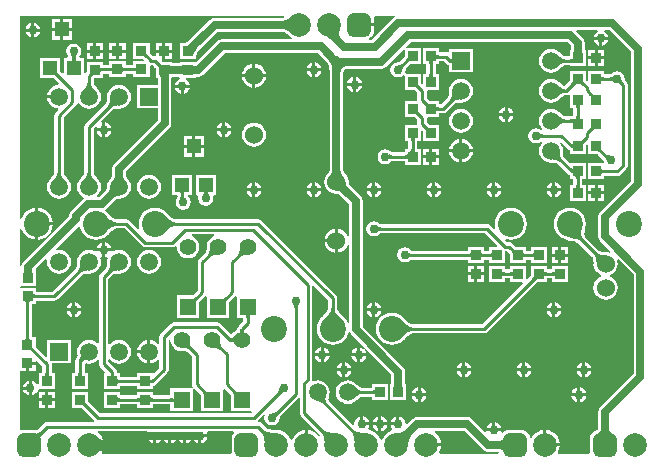
<source format=gtl>
G04*
G04 #@! TF.GenerationSoftware,Altium Limited,Altium Designer,18.1.6 (161)*
G04*
G04 Layer_Physical_Order=1*
G04 Layer_Color=255*
%FSLAX25Y25*%
%MOIN*%
G70*
G01*
G75*
%ADD10C,0.01000*%
%ADD16R,0.04724X0.04724*%
%ADD17R,0.03347X0.03347*%
%ADD18R,0.03347X0.03347*%
%ADD31C,0.02500*%
%ADD32C,0.08661*%
%ADD33R,0.05543X0.05543*%
%ADD34C,0.05543*%
%ADD35C,0.05906*%
%ADD36C,0.07874*%
G04:AMPARAMS|DCode=37|XSize=78.74mil|YSize=78.74mil|CornerRadius=19.68mil|HoleSize=0mil|Usage=FLASHONLY|Rotation=0.000|XOffset=0mil|YOffset=0mil|HoleType=Round|Shape=RoundedRectangle|*
%AMROUNDEDRECTD37*
21,1,0.07874,0.03937,0,0,0.0*
21,1,0.03937,0.07874,0,0,0.0*
1,1,0.03937,0.01968,-0.01968*
1,1,0.03937,-0.01968,-0.01968*
1,1,0.03937,-0.01968,0.01968*
1,1,0.03937,0.01968,0.01968*
%
%ADD37ROUNDEDRECTD37*%
%ADD38C,0.06000*%
%ADD39R,0.05906X0.05906*%
%ADD40R,0.05906X0.05906*%
%ADD41C,0.03000*%
G36*
X92188Y-7756D02*
X91890Y-7470D01*
X91585Y-7214D01*
X91273Y-6988D01*
X90955Y-6792D01*
X90629Y-6627D01*
X90298Y-6491D01*
X89959Y-6385D01*
X89614Y-6310D01*
X89263Y-6265D01*
X88905Y-6250D01*
Y-3750D01*
X89263Y-3735D01*
X89614Y-3690D01*
X89959Y-3615D01*
X90298Y-3509D01*
X90629Y-3373D01*
X90955Y-3208D01*
X91273Y-3012D01*
X91585Y-2786D01*
X91890Y-2530D01*
X92188Y-2244D01*
Y-7756D01*
D02*
G37*
G36*
X205606Y-13950D02*
Y-57150D01*
X195378Y-67378D01*
X194880Y-68122D01*
X194706Y-69000D01*
Y-75500D01*
X194880Y-76378D01*
X195378Y-77122D01*
X198818Y-80563D01*
X198535Y-80986D01*
X198244Y-80866D01*
X197200Y-80729D01*
X197090Y-80743D01*
X196775Y-80741D01*
X196067Y-80693D01*
X195792Y-80654D01*
X195545Y-80603D01*
X195338Y-80545D01*
X195173Y-80484D01*
X195050Y-80423D01*
X194972Y-80372D01*
X190458Y-75858D01*
X190414Y-75806D01*
X190335Y-75670D01*
X190263Y-75488D01*
X190205Y-75252D01*
X190168Y-74959D01*
X190157Y-74609D01*
X190176Y-74220D01*
X190322Y-73228D01*
X190392Y-72916D01*
X190444Y-72792D01*
X190627Y-71400D01*
X190444Y-70008D01*
X189906Y-68712D01*
X189052Y-67598D01*
X187938Y-66744D01*
X186642Y-66207D01*
X185250Y-66023D01*
X183858Y-66207D01*
X182562Y-66744D01*
X181448Y-67598D01*
X180594Y-68712D01*
X180057Y-70008D01*
X179873Y-71400D01*
X180057Y-72792D01*
X180594Y-74088D01*
X181448Y-75202D01*
X182562Y-76056D01*
X183858Y-76594D01*
X184095Y-76625D01*
X185488Y-76960D01*
X186631Y-77277D01*
X187496Y-77567D01*
X187799Y-77690D01*
X188023Y-77799D01*
X188147Y-77873D01*
X192809Y-82535D01*
X192860Y-82613D01*
X192921Y-82736D01*
X192982Y-82902D01*
X193040Y-83108D01*
X193091Y-83355D01*
X193130Y-83630D01*
X193178Y-84338D01*
X193180Y-84653D01*
X193166Y-84763D01*
X193303Y-85807D01*
X193706Y-86780D01*
X194347Y-87616D01*
X195183Y-88257D01*
X195599Y-88429D01*
Y-88971D01*
X195183Y-89143D01*
X194347Y-89784D01*
X193706Y-90620D01*
X193303Y-91593D01*
X193166Y-92637D01*
X193303Y-93681D01*
X193706Y-94654D01*
X194347Y-95490D01*
X195183Y-96131D01*
X196156Y-96534D01*
X197200Y-96671D01*
X198244Y-96534D01*
X199217Y-96131D01*
X200053Y-95490D01*
X200694Y-94654D01*
X201097Y-93681D01*
X201235Y-92637D01*
X201097Y-91593D01*
X200694Y-90620D01*
X200053Y-89784D01*
X199217Y-89143D01*
X198801Y-88971D01*
Y-88429D01*
X199217Y-88257D01*
X200053Y-87616D01*
X200694Y-86780D01*
X201097Y-85807D01*
X201235Y-84763D01*
X201097Y-83719D01*
X200977Y-83428D01*
X201400Y-83145D01*
X206506Y-88250D01*
Y-121450D01*
X195378Y-132578D01*
X194880Y-133322D01*
X194706Y-134200D01*
Y-139148D01*
X194687Y-139365D01*
X194639Y-139668D01*
X194579Y-139898D01*
X194519Y-140050D01*
X194484Y-140109D01*
X194256Y-140139D01*
X193534Y-140438D01*
X192914Y-140914D01*
X192438Y-141534D01*
X192139Y-142256D01*
X192037Y-143032D01*
Y-146968D01*
X192107Y-147500D01*
X191754Y-148000D01*
X181486D01*
X181265Y-147552D01*
X181313Y-147490D01*
X181810Y-146289D01*
X181914Y-145500D01*
X177000D01*
Y-145000D01*
X176500D01*
Y-140086D01*
X175711Y-140190D01*
X174510Y-140688D01*
X173479Y-141479D01*
X172687Y-142510D01*
X172526Y-142900D01*
X172449Y-142915D01*
X171895Y-142518D01*
X171861Y-142256D01*
X171562Y-141534D01*
X171086Y-140914D01*
X170466Y-140438D01*
X169744Y-140139D01*
X168968Y-140037D01*
X165032D01*
X164257Y-140139D01*
X163534Y-140438D01*
X162914Y-140914D01*
X162864Y-140980D01*
X162396Y-140768D01*
X162450Y-140500D01*
X157551D01*
X157575Y-140624D01*
X157114Y-140870D01*
X152622Y-136378D01*
X151878Y-135880D01*
X151000Y-135706D01*
X134500D01*
X133622Y-135880D01*
X132878Y-136378D01*
X130982Y-138273D01*
X130542Y-138038D01*
X130549Y-138000D01*
X130355Y-137024D01*
X129802Y-136198D01*
X128975Y-135645D01*
X128500Y-135550D01*
Y-138000D01*
X128000D01*
Y-138500D01*
X125550D01*
X125645Y-138976D01*
X126131Y-139703D01*
X126141Y-139764D01*
X126078Y-140096D01*
X126005Y-140275D01*
X125010Y-140688D01*
X123979Y-141479D01*
X123187Y-142510D01*
X122771Y-143517D01*
X122229D01*
X121812Y-142510D01*
X121021Y-141479D01*
X119990Y-140688D01*
X118789Y-140190D01*
X118175Y-140109D01*
X117954Y-139576D01*
X118355Y-138976D01*
X118449Y-138500D01*
X116000D01*
Y-138000D01*
X115500D01*
Y-135550D01*
X115024Y-135645D01*
X114198Y-136198D01*
X113645Y-137024D01*
X113451Y-138000D01*
X113471Y-138101D01*
X113010Y-138347D01*
X104967Y-130304D01*
X104925Y-130238D01*
X104888Y-130153D01*
X104858Y-130046D01*
X104837Y-129909D01*
X104831Y-129739D01*
X104844Y-129535D01*
X104880Y-129297D01*
X104941Y-129027D01*
X105037Y-128699D01*
X105038Y-128684D01*
X105101Y-128532D01*
X105237Y-127500D01*
X105101Y-126468D01*
X104703Y-125506D01*
X104069Y-124681D01*
X103244Y-124047D01*
X102282Y-123649D01*
X101250Y-123513D01*
X100218Y-123649D01*
X99805Y-123820D01*
X99419Y-123503D01*
X99429Y-123450D01*
Y-92199D01*
X99929Y-91992D01*
X104721Y-96784D01*
Y-99560D01*
X104717Y-99604D01*
X104676Y-99764D01*
X104592Y-99980D01*
X104456Y-100245D01*
X104267Y-100551D01*
X104036Y-100877D01*
X102951Y-102129D01*
X102606Y-102477D01*
X102448Y-102598D01*
X101594Y-103712D01*
X101057Y-105008D01*
X100873Y-106400D01*
X101057Y-107792D01*
X101594Y-109088D01*
X102448Y-110202D01*
X103562Y-111056D01*
X104858Y-111593D01*
X106250Y-111777D01*
X107642Y-111593D01*
X108938Y-111056D01*
X110052Y-110202D01*
X110906Y-109088D01*
X111443Y-107792D01*
X111455Y-107707D01*
X111971Y-107616D01*
X112378Y-108224D01*
X116951Y-112798D01*
X116632Y-113186D01*
X116369Y-113010D01*
X115870Y-112677D01*
X115395Y-112582D01*
Y-114532D01*
X117344D01*
X117250Y-114056D01*
X116917Y-113558D01*
X116741Y-113295D01*
X117129Y-112976D01*
X125757Y-121604D01*
Y-124317D01*
X125721Y-124827D01*
X125378D01*
Y-125740D01*
X125374Y-125754D01*
X125378Y-125790D01*
Y-125801D01*
X125370Y-125839D01*
X125378Y-125877D01*
Y-130173D01*
X130724D01*
Y-125877D01*
X130732Y-125839D01*
X130724Y-125801D01*
Y-125790D01*
X130728Y-125754D01*
X130724Y-125740D01*
Y-124827D01*
X130399D01*
X130345Y-124067D01*
Y-120653D01*
X130171Y-119776D01*
X129673Y-119031D01*
X116294Y-105652D01*
Y-63815D01*
X116120Y-62937D01*
X115622Y-62193D01*
X112013Y-58583D01*
X111994Y-58561D01*
X111871Y-58393D01*
X111769Y-58231D01*
X111687Y-58075D01*
X111624Y-57925D01*
X111576Y-57780D01*
X111544Y-57638D01*
X111526Y-57497D01*
X111522Y-57407D01*
X111535Y-57315D01*
X111397Y-56271D01*
X110994Y-55298D01*
X110353Y-54462D01*
X110279Y-54406D01*
X110218Y-54340D01*
X110132Y-54227D01*
X110054Y-54104D01*
X109985Y-53968D01*
X109924Y-53816D01*
X109871Y-53648D01*
X109828Y-53462D01*
X109797Y-53257D01*
X109794Y-53227D01*
Y-20867D01*
X109841Y-20601D01*
X109914Y-20381D01*
X110001Y-20220D01*
X110100Y-20099D01*
X110220Y-20001D01*
X110381Y-19914D01*
X110601Y-19841D01*
X110867Y-19794D01*
X122400D01*
X123278Y-19620D01*
X124022Y-19122D01*
X129776Y-13369D01*
X130276Y-13576D01*
Y-15500D01*
X130222Y-15578D01*
X130037Y-15800D01*
X128476Y-17361D01*
X128437Y-17387D01*
X128394Y-17410D01*
X128349Y-17430D01*
X128299Y-17447D01*
X128243Y-17460D01*
X128180Y-17471D01*
X128127Y-17476D01*
X128000Y-17451D01*
X127024Y-17645D01*
X126198Y-18198D01*
X125645Y-19025D01*
X125451Y-20000D01*
X125645Y-20976D01*
X126198Y-21802D01*
X127024Y-22355D01*
X128000Y-22549D01*
X128975Y-22355D01*
X129724Y-21855D01*
X130023Y-21943D01*
X130224Y-22071D01*
Y-26673D01*
X133107D01*
X133145Y-26681D01*
X133183Y-26673D01*
X133370D01*
X133619Y-26884D01*
X134471Y-27736D01*
Y-30000D01*
X134202Y-30327D01*
X130224D01*
Y-35673D01*
X133107D01*
X133145Y-35681D01*
X133183Y-35673D01*
X133370D01*
X133619Y-35884D01*
X134471Y-36736D01*
Y-38000D01*
X134202Y-38327D01*
X130224D01*
Y-43673D01*
X131368D01*
Y-46327D01*
X130224D01*
Y-47471D01*
X126003D01*
X125956Y-47461D01*
X125910Y-47447D01*
X125864Y-47429D01*
X125817Y-47406D01*
X125768Y-47376D01*
X125715Y-47339D01*
X125674Y-47305D01*
X125602Y-47198D01*
X124776Y-46645D01*
X123800Y-46451D01*
X122825Y-46645D01*
X121998Y-47198D01*
X121445Y-48024D01*
X121251Y-49000D01*
X121445Y-49975D01*
X121998Y-50802D01*
X122825Y-51355D01*
X123800Y-51549D01*
X124776Y-51355D01*
X125602Y-50802D01*
X125674Y-50695D01*
X125715Y-50661D01*
X125768Y-50624D01*
X125817Y-50594D01*
X125864Y-50571D01*
X125910Y-50553D01*
X125956Y-50539D01*
X126003Y-50529D01*
X130224D01*
Y-51673D01*
X135571D01*
Y-46327D01*
X134427D01*
Y-43673D01*
X135571D01*
Y-40508D01*
X136038Y-40307D01*
X136327Y-40555D01*
Y-43673D01*
X141673D01*
Y-38327D01*
X138526D01*
X138282Y-38120D01*
X137529Y-37367D01*
Y-36102D01*
X137521Y-36060D01*
X137838Y-35673D01*
X141673D01*
Y-34529D01*
X143000D01*
X143585Y-34413D01*
X144081Y-34081D01*
X146826Y-31337D01*
X146901Y-31288D01*
X147022Y-31228D01*
X147183Y-31168D01*
X147384Y-31111D01*
X147625Y-31061D01*
X147893Y-31022D01*
X148585Y-30975D01*
X148893Y-30973D01*
X149000Y-30987D01*
X150032Y-30851D01*
X150993Y-30453D01*
X151819Y-29819D01*
X152453Y-28993D01*
X152851Y-28032D01*
X152987Y-27000D01*
X152851Y-25968D01*
X152453Y-25007D01*
X151819Y-24181D01*
X150993Y-23547D01*
X150032Y-23149D01*
X149000Y-23013D01*
X147968Y-23149D01*
X147007Y-23547D01*
X146181Y-24181D01*
X145547Y-25007D01*
X145149Y-25968D01*
X145013Y-27000D01*
X145027Y-27107D01*
X145025Y-27415D01*
X144978Y-28107D01*
X144939Y-28375D01*
X144889Y-28616D01*
X144833Y-28817D01*
X144772Y-28978D01*
X144712Y-29099D01*
X144663Y-29174D01*
X142367Y-31471D01*
X141673D01*
Y-30327D01*
X138526D01*
X138282Y-30119D01*
X137529Y-29366D01*
Y-27102D01*
X137521Y-27060D01*
X137838Y-26673D01*
X141673D01*
Y-21327D01*
X140529D01*
Y-18273D01*
X141724D01*
Y-17181D01*
X143367D01*
X144267Y-18081D01*
X144764Y-18413D01*
X145047Y-18469D01*
Y-20953D01*
X152953D01*
Y-13047D01*
X145047D01*
Y-14017D01*
X144663Y-14222D01*
X144547Y-14231D01*
X144000Y-14122D01*
X141724D01*
Y-12927D01*
X136378D01*
Y-18273D01*
X137471D01*
Y-21327D01*
X136327D01*
Y-24495D01*
X135861Y-24694D01*
X135571Y-24445D01*
Y-24285D01*
X135579Y-24247D01*
X135571Y-24209D01*
Y-21327D01*
X130722D01*
X130618Y-21227D01*
X130385Y-20827D01*
X130549Y-20000D01*
X130524Y-19873D01*
X130529Y-19820D01*
X130540Y-19757D01*
X130553Y-19701D01*
X130570Y-19651D01*
X130590Y-19606D01*
X130613Y-19564D01*
X130639Y-19524D01*
X131668Y-18495D01*
X131852Y-18322D01*
X131912Y-18273D01*
X135622D01*
Y-12927D01*
X130925D01*
X130718Y-12427D01*
X132250Y-10894D01*
X184550D01*
X185655Y-11999D01*
Y-12817D01*
X185619Y-13327D01*
X185276D01*
Y-14240D01*
X185272Y-14254D01*
X185276Y-14290D01*
Y-14301D01*
X185268Y-14339D01*
X185276Y-14377D01*
Y-15471D01*
X183604D01*
X183516Y-15452D01*
X183389Y-15409D01*
X183232Y-15338D01*
X183049Y-15236D01*
X182843Y-15101D01*
X182627Y-14939D01*
X182105Y-14483D01*
X181885Y-14266D01*
X181819Y-14181D01*
X180993Y-13547D01*
X180032Y-13149D01*
X179000Y-13013D01*
X177968Y-13149D01*
X177007Y-13547D01*
X176181Y-14181D01*
X175547Y-15007D01*
X175149Y-15968D01*
X175013Y-17000D01*
X175149Y-18032D01*
X175547Y-18993D01*
X176181Y-19819D01*
X177007Y-20453D01*
X177968Y-20851D01*
X179000Y-20987D01*
X180032Y-20851D01*
X180993Y-20453D01*
X181819Y-19819D01*
X181885Y-19734D01*
X182105Y-19517D01*
X182627Y-19061D01*
X182843Y-18899D01*
X183049Y-18764D01*
X183232Y-18662D01*
X183389Y-18591D01*
X183516Y-18548D01*
X183604Y-18529D01*
X185276D01*
Y-18673D01*
X186193D01*
X186209Y-18678D01*
X186245Y-18674D01*
X186280Y-18681D01*
X186320Y-18673D01*
X190622D01*
Y-14377D01*
X190630Y-14339D01*
X190622Y-14301D01*
Y-14290D01*
X190626Y-14254D01*
X190622Y-14240D01*
Y-13327D01*
X190296D01*
X190243Y-12567D01*
Y-11049D01*
X190068Y-10171D01*
X189571Y-9427D01*
X187438Y-7294D01*
X187645Y-6794D01*
X194410D01*
X194561Y-7294D01*
X193866Y-7759D01*
X193313Y-8586D01*
X193218Y-9061D01*
X198117D01*
X198023Y-8586D01*
X197470Y-7759D01*
X196774Y-7294D01*
X196926Y-6794D01*
X198450D01*
X205606Y-13950D01*
D02*
G37*
G36*
X127043Y-2500D02*
X126478Y-2878D01*
X119250Y-10106D01*
X118458D01*
X118358Y-9606D01*
X118466Y-9561D01*
X119086Y-9086D01*
X119562Y-8466D01*
X119861Y-7743D01*
X119963Y-6968D01*
Y-5500D01*
X115000D01*
Y-4500D01*
X119963D01*
Y-3032D01*
X119893Y-2500D01*
X120246Y-2000D01*
X126892D01*
X127043Y-2500D01*
D02*
G37*
G36*
X108435Y-6992D02*
X108345Y-7316D01*
X108298Y-7635D01*
X108294Y-7948D01*
X108333Y-8256D01*
X108415Y-8557D01*
X108541Y-8853D01*
X108709Y-9144D01*
X108921Y-9428D01*
X109175Y-9708D01*
X106537Y-10605D01*
X106299Y-10378D01*
X105775Y-9943D01*
X105490Y-9735D01*
X104870Y-9336D01*
X104537Y-9147D01*
X103440Y-8615D01*
X108569Y-6662D01*
X108435Y-6992D01*
D02*
G37*
G36*
X189203Y-12314D02*
X189302Y-13714D01*
X189347Y-13939D01*
X189400Y-14114D01*
X189462Y-14239D01*
X189532Y-14314D01*
X189610Y-14339D01*
X186288D01*
X186366Y-14314D01*
X186436Y-14239D01*
X186497Y-14114D01*
X186551Y-13939D01*
X186596Y-13714D01*
X186633Y-13439D01*
X186682Y-12739D01*
X186699Y-11839D01*
X189199D01*
X189203Y-12314D01*
D02*
G37*
G36*
X61429Y-12288D02*
X61093Y-12639D01*
X60527Y-13329D01*
X60298Y-13668D01*
X60103Y-14002D01*
X59944Y-14332D01*
X59820Y-14658D01*
X59732Y-14980D01*
X59679Y-15297D01*
X59661Y-15610D01*
X56339Y-12288D01*
X56652Y-12270D01*
X56969Y-12217D01*
X57291Y-12128D01*
X57617Y-12005D01*
X57947Y-11846D01*
X58281Y-11651D01*
X58620Y-11421D01*
X58963Y-11156D01*
X59310Y-10856D01*
X59661Y-10520D01*
X61429Y-12288D01*
D02*
G37*
G36*
X44107Y-14127D02*
X44080Y-14220D01*
X44081Y-14328D01*
X44110Y-14449D01*
X44167Y-14583D01*
X44252Y-14731D01*
X44364Y-14893D01*
X44504Y-15069D01*
X44868Y-15461D01*
X44208Y-16215D01*
X44001Y-16015D01*
X43630Y-15701D01*
X43467Y-15587D01*
X43318Y-15502D01*
X43184Y-15446D01*
X43064Y-15418D01*
X42959Y-15419D01*
X42869Y-15449D01*
X42794Y-15508D01*
X44161Y-14047D01*
X44107Y-14127D01*
D02*
G37*
G36*
X140710Y-14746D02*
X140741Y-14831D01*
X140791Y-14906D01*
X140862Y-14971D01*
X140953Y-15026D01*
X141065Y-15071D01*
X141196Y-15106D01*
X141348Y-15131D01*
X141520Y-15146D01*
X141712Y-15151D01*
Y-16151D01*
X141520Y-16156D01*
X141348Y-16171D01*
X141196Y-16196D01*
X141065Y-16231D01*
X140953Y-16276D01*
X140862Y-16331D01*
X140791Y-16396D01*
X140741Y-16471D01*
X140710Y-16556D01*
X140700Y-16651D01*
Y-14651D01*
X140710Y-14746D01*
D02*
G37*
G36*
X20874Y-15057D02*
X20782Y-15173D01*
X20701Y-15291D01*
X20631Y-15412D01*
X20572Y-15537D01*
X20523Y-15664D01*
X20485Y-15793D01*
X20459Y-15926D01*
X20442Y-16062D01*
X20439Y-16139D01*
X20442Y-16240D01*
X20457Y-16412D01*
X20482Y-16564D01*
X20517Y-16695D01*
X20562Y-16806D01*
X20617Y-16897D01*
X20682Y-16968D01*
X20757Y-17019D01*
X20842Y-17049D01*
X20937Y-17059D01*
X18937D01*
X19032Y-17049D01*
X19117Y-17019D01*
X19192Y-16968D01*
X19257Y-16897D01*
X19312Y-16806D01*
X19357Y-16695D01*
X19392Y-16564D01*
X19417Y-16412D01*
X19432Y-16240D01*
X19434Y-16156D01*
X19431Y-16087D01*
X19415Y-15951D01*
X19387Y-15819D01*
X19347Y-15690D01*
X19297Y-15566D01*
X19235Y-15445D01*
X19162Y-15327D01*
X19078Y-15213D01*
X18983Y-15103D01*
X18877Y-14997D01*
X20976Y-14945D01*
X20874Y-15057D01*
D02*
G37*
G36*
X132153Y-17249D02*
X132101Y-17169D01*
X132029Y-17123D01*
X131937Y-17111D01*
X131825Y-17132D01*
X131694Y-17187D01*
X131542Y-17276D01*
X131371Y-17399D01*
X131180Y-17555D01*
X130739Y-17968D01*
X130580Y-16712D01*
X130755Y-16531D01*
X131036Y-16194D01*
X131142Y-16039D01*
X131226Y-15893D01*
X131286Y-15757D01*
X131324Y-15629D01*
X131339Y-15509D01*
X131331Y-15399D01*
X131300Y-15298D01*
X132153Y-17249D01*
D02*
G37*
G36*
X188053Y-17246D02*
X187919Y-17257D01*
X187319Y-17344D01*
X187302Y-17354D01*
X186595Y-16646D01*
X186605Y-16630D01*
X186615Y-16601D01*
X186626Y-16558D01*
X186647Y-16434D01*
X186680Y-16150D01*
X186703Y-15896D01*
X188053Y-17246D01*
D02*
G37*
G36*
X90072Y-2500D02*
X89952Y-2549D01*
X89698Y-2628D01*
X89440Y-2684D01*
X89271Y-2706D01*
X66949D01*
X66071Y-2881D01*
X65327Y-3378D01*
X58473Y-10232D01*
X58317Y-10367D01*
X58021Y-10595D01*
X57738Y-10788D01*
X57468Y-10944D01*
X57214Y-11067D01*
X56974Y-11158D01*
X56749Y-11220D01*
X56539Y-11255D01*
X56281Y-11270D01*
X56258Y-11276D01*
X55327D01*
Y-12249D01*
X55319Y-12288D01*
X55325Y-12316D01*
X55321Y-12345D01*
X55327Y-12368D01*
Y-16622D01*
X59581D01*
X59604Y-16628D01*
X59633Y-16624D01*
X59661Y-16630D01*
X59699Y-16622D01*
X60673D01*
Y-15691D01*
X60679Y-15667D01*
X60694Y-15410D01*
X60729Y-15199D01*
X60791Y-14975D01*
X60882Y-14735D01*
X61005Y-14480D01*
X61161Y-14211D01*
X61345Y-13940D01*
X61763Y-13430D01*
X67899Y-7294D01*
X89271D01*
X89440Y-7316D01*
X89698Y-7372D01*
X89952Y-7451D01*
X90204Y-7554D01*
X90455Y-7682D01*
X90706Y-7836D01*
X90957Y-8018D01*
X91209Y-8229D01*
X91383Y-8397D01*
X91479Y-8521D01*
X92510Y-9313D01*
X92736Y-9406D01*
X92636Y-9906D01*
X69300D01*
X68422Y-10080D01*
X67678Y-10578D01*
X61089Y-17167D01*
X60673Y-17378D01*
Y-17378D01*
X60673Y-17378D01*
X59699D01*
X59661Y-17370D01*
X59623Y-17378D01*
X56377D01*
X56339Y-17370D01*
X56301Y-17378D01*
X56290D01*
X56254Y-17374D01*
X56240Y-17378D01*
X55327D01*
Y-17704D01*
X54567Y-17757D01*
X53183D01*
X52673Y-17721D01*
Y-17378D01*
X51760D01*
X51746Y-17374D01*
X51710Y-17378D01*
X51699D01*
X51661Y-17370D01*
X51623Y-17378D01*
X49678D01*
X49457Y-17116D01*
X49500Y-17012D01*
Y-14449D01*
X47327D01*
Y-15160D01*
X46949Y-15471D01*
X46334D01*
X45425Y-14562D01*
X45278Y-14403D01*
X45182Y-14284D01*
X45173Y-14271D01*
Y-14056D01*
X45180Y-14014D01*
X45173Y-13983D01*
Y-11173D01*
X39827D01*
Y-16520D01*
X42784D01*
X42827Y-16527D01*
X42857Y-16520D01*
X42991D01*
X43241Y-16809D01*
X43042Y-17276D01*
X39827D01*
Y-18419D01*
X37173D01*
Y-17276D01*
X31827D01*
Y-18419D01*
X29673D01*
Y-17327D01*
X24327D01*
Y-20510D01*
X23919Y-20919D01*
X23799Y-21097D01*
X23299Y-20945D01*
Y-16035D01*
X22036D01*
X21814Y-15535D01*
X22255Y-14875D01*
X22449Y-13900D01*
X22255Y-12924D01*
X21702Y-12098D01*
X20876Y-11545D01*
X19900Y-11351D01*
X18925Y-11545D01*
X18098Y-12098D01*
X17545Y-12924D01*
X17351Y-13900D01*
X17545Y-14875D01*
X17986Y-15535D01*
X17764Y-16035D01*
X16575D01*
Y-21093D01*
X16113Y-21285D01*
X15675Y-20846D01*
X15525Y-20686D01*
X15429Y-20565D01*
X15425Y-20560D01*
Y-20372D01*
X15433Y-20334D01*
X15425Y-20295D01*
Y-16035D01*
X8701D01*
Y-22760D01*
X12961D01*
X12999Y-22767D01*
X13037Y-22760D01*
X13224D01*
X13473Y-22971D01*
X15051Y-24549D01*
X14831Y-25035D01*
X13968Y-25149D01*
X13007Y-25547D01*
X12181Y-26181D01*
X11547Y-27007D01*
X11149Y-27968D01*
X11079Y-28500D01*
X15000D01*
Y-29500D01*
X11079D01*
X11149Y-30032D01*
X11547Y-30993D01*
X12181Y-31819D01*
X13007Y-32453D01*
X13968Y-32851D01*
X14505Y-32922D01*
X14685Y-33450D01*
X13919Y-34216D01*
X13587Y-34712D01*
X13471Y-35297D01*
Y-54396D01*
X13452Y-54484D01*
X13409Y-54611D01*
X13338Y-54768D01*
X13236Y-54951D01*
X13101Y-55157D01*
X12939Y-55373D01*
X12483Y-55896D01*
X12266Y-56115D01*
X12181Y-56181D01*
X11547Y-57007D01*
X11149Y-57968D01*
X11013Y-59000D01*
X11149Y-60032D01*
X11547Y-60993D01*
X12181Y-61819D01*
X13007Y-62453D01*
X13968Y-62851D01*
X15000Y-62987D01*
X16032Y-62851D01*
X16993Y-62453D01*
X17819Y-61819D01*
X18453Y-60993D01*
X18851Y-60032D01*
X18987Y-59000D01*
X18851Y-57968D01*
X18453Y-57007D01*
X17819Y-56181D01*
X17734Y-56115D01*
X17517Y-55895D01*
X17061Y-55373D01*
X16899Y-55157D01*
X16764Y-54951D01*
X16662Y-54768D01*
X16591Y-54611D01*
X16548Y-54484D01*
X16529Y-54396D01*
Y-35931D01*
X20534Y-31926D01*
X20866Y-31430D01*
X20882Y-31348D01*
X21454Y-30974D01*
X21547Y-30993D01*
X22181Y-31819D01*
X23007Y-32453D01*
X23968Y-32851D01*
X25000Y-32987D01*
X26032Y-32851D01*
X26993Y-32453D01*
X27819Y-31819D01*
X28453Y-30993D01*
X28851Y-30032D01*
X28987Y-29000D01*
X28851Y-27968D01*
X28453Y-27007D01*
X27819Y-26181D01*
X27734Y-26115D01*
X27517Y-25895D01*
X27061Y-25373D01*
X26899Y-25157D01*
X26764Y-24951D01*
X26662Y-24768D01*
X26591Y-24611D01*
X26548Y-24484D01*
X26529Y-24396D01*
Y-22673D01*
X29673D01*
Y-21478D01*
X31827D01*
Y-22622D01*
X37173D01*
Y-21478D01*
X39827D01*
Y-22622D01*
X45173D01*
Y-18819D01*
X45560Y-18501D01*
X45700Y-18529D01*
X46315D01*
X46757Y-18971D01*
X47157Y-19404D01*
X47327Y-19610D01*
Y-21674D01*
X47319Y-21712D01*
X47327Y-21751D01*
Y-22724D01*
X47837D01*
X47843Y-22755D01*
X47909Y-23555D01*
Y-25047D01*
X41047D01*
Y-32953D01*
X47909D01*
Y-36847D01*
X33378Y-51378D01*
X32880Y-52122D01*
X32706Y-53000D01*
Y-55000D01*
X32704Y-55019D01*
X32674Y-55222D01*
X32633Y-55405D01*
X32583Y-55569D01*
X32525Y-55715D01*
X32459Y-55846D01*
X32387Y-55962D01*
X32307Y-56067D01*
X32252Y-56126D01*
X32181Y-56181D01*
X31547Y-57007D01*
X31149Y-57968D01*
X31013Y-59000D01*
X31025Y-59089D01*
X31022Y-59170D01*
X31004Y-59301D01*
X30973Y-59434D01*
X30927Y-59572D01*
X30865Y-59717D01*
X30784Y-59868D01*
X30683Y-60027D01*
X30562Y-60192D01*
X30549Y-60207D01*
X28231Y-62525D01*
X27720D01*
X27551Y-62025D01*
X27819Y-61819D01*
X28453Y-60993D01*
X28851Y-60032D01*
X28987Y-59000D01*
X28851Y-57968D01*
X28453Y-57007D01*
X27819Y-56181D01*
X27734Y-56115D01*
X27517Y-55895D01*
X27061Y-55373D01*
X26899Y-55157D01*
X26764Y-54951D01*
X26662Y-54768D01*
X26591Y-54611D01*
X26548Y-54484D01*
X26529Y-54396D01*
Y-39634D01*
X27134Y-39028D01*
X27595Y-39275D01*
X27551Y-39500D01*
X29500D01*
Y-37551D01*
X29275Y-37595D01*
X29028Y-37135D01*
X32826Y-33337D01*
X32901Y-33288D01*
X33022Y-33228D01*
X33183Y-33167D01*
X33384Y-33110D01*
X33625Y-33061D01*
X33893Y-33022D01*
X34585Y-32975D01*
X34893Y-32973D01*
X35000Y-32987D01*
X36032Y-32851D01*
X36993Y-32453D01*
X37819Y-31819D01*
X38453Y-30993D01*
X38851Y-30032D01*
X38987Y-29000D01*
X38851Y-27968D01*
X38453Y-27007D01*
X37819Y-26181D01*
X36993Y-25547D01*
X36032Y-25149D01*
X35000Y-25013D01*
X33968Y-25149D01*
X33007Y-25547D01*
X32181Y-26181D01*
X31547Y-27007D01*
X31149Y-27968D01*
X31013Y-29000D01*
X31027Y-29107D01*
X31025Y-29415D01*
X30978Y-30107D01*
X30939Y-30375D01*
X30889Y-30616D01*
X30832Y-30817D01*
X30772Y-30978D01*
X30712Y-31099D01*
X30663Y-31174D01*
X23919Y-37919D01*
X23587Y-38415D01*
X23471Y-39000D01*
Y-54396D01*
X23452Y-54484D01*
X23409Y-54611D01*
X23338Y-54768D01*
X23236Y-54951D01*
X23101Y-55157D01*
X22939Y-55373D01*
X22483Y-55896D01*
X22266Y-56115D01*
X22181Y-56181D01*
X21547Y-57007D01*
X21149Y-57968D01*
X21013Y-59000D01*
X21149Y-60032D01*
X21547Y-60993D01*
X22181Y-61819D01*
X23007Y-62453D01*
X23140Y-62508D01*
X23189Y-63006D01*
X22902Y-63197D01*
X19047Y-67052D01*
X18550Y-67796D01*
X18375Y-68674D01*
Y-68878D01*
X11818Y-75435D01*
X11441Y-75105D01*
X12221Y-74088D01*
X12758Y-72792D01*
X12876Y-71900D01*
X8065D01*
Y-76711D01*
X8957Y-76594D01*
X10253Y-76056D01*
X11270Y-75276D01*
X11600Y-75653D01*
X3078Y-84175D01*
X2581Y-84920D01*
X2500Y-85325D01*
X2000Y-85275D01*
Y-73201D01*
X2500Y-73102D01*
X2909Y-74088D01*
X3763Y-75202D01*
X4877Y-76056D01*
X6173Y-76594D01*
X7065Y-76711D01*
Y-71400D01*
Y-66089D01*
X6173Y-66207D01*
X4877Y-66744D01*
X3763Y-67598D01*
X2909Y-68712D01*
X2500Y-69698D01*
X2000Y-69599D01*
Y-2000D01*
X89973D01*
X90072Y-2500D01*
D02*
G37*
G36*
X186288Y-17661D02*
X186278Y-17631D01*
X186248Y-17603D01*
X186198Y-17579D01*
X186128Y-17558D01*
X186038Y-17540D01*
X185928Y-17526D01*
X185648Y-17506D01*
X185288Y-17500D01*
Y-16500D01*
X185479Y-16495D01*
X185651Y-16480D01*
X185802Y-16455D01*
X185933Y-16420D01*
X186045Y-16375D01*
X186136Y-16320D01*
X186207Y-16255D01*
X186258Y-16180D01*
X186289Y-16095D01*
X186300Y-16000D01*
X186288Y-17661D01*
D02*
G37*
G36*
X146071Y-17710D02*
X146064Y-17670D01*
X146042Y-17635D01*
X146006Y-17603D01*
X145956Y-17576D01*
X145891Y-17553D01*
X145811Y-17534D01*
X145717Y-17519D01*
X145609Y-17508D01*
X145349Y-17500D01*
Y-16500D01*
X145486Y-16498D01*
X145717Y-16481D01*
X145811Y-16466D01*
X145891Y-16447D01*
X145956Y-16424D01*
X146006Y-16397D01*
X146042Y-16365D01*
X146064Y-16330D01*
X146071Y-16290D01*
Y-17710D01*
D02*
G37*
G36*
X139905Y-17259D02*
X139820Y-17290D01*
X139745Y-17340D01*
X139680Y-17411D01*
X139625Y-17502D01*
X139580Y-17614D01*
X139545Y-17745D01*
X139520Y-17897D01*
X139505Y-18069D01*
X139500Y-18261D01*
X138500D01*
X138495Y-18069D01*
X138480Y-17897D01*
X138455Y-17745D01*
X138420Y-17614D01*
X138375Y-17502D01*
X138320Y-17411D01*
X138255Y-17340D01*
X138180Y-17290D01*
X138095Y-17259D01*
X138000Y-17249D01*
X140000D01*
X139905Y-17259D01*
D02*
G37*
G36*
X56339Y-21712D02*
X56314Y-21634D01*
X56239Y-21564D01*
X56114Y-21503D01*
X55939Y-21449D01*
X55714Y-21404D01*
X55439Y-21367D01*
X54739Y-21318D01*
X53942Y-21303D01*
X53686Y-21305D01*
X52286Y-21404D01*
X52061Y-21449D01*
X51886Y-21503D01*
X51761Y-21564D01*
X51686Y-21634D01*
X51661Y-21712D01*
X51622Y-21737D01*
X51586Y-21812D01*
X51555Y-21937D01*
X51528Y-22112D01*
X51486Y-22612D01*
X51455Y-23737D01*
X51453Y-24212D01*
X48953D01*
X48947Y-23737D01*
X48855Y-22612D01*
X48799Y-22337D01*
X48732Y-22112D01*
X48652Y-21937D01*
X48560Y-21812D01*
X48455Y-21737D01*
X48339Y-21712D01*
X51661D01*
Y-18390D01*
X51686Y-18468D01*
X51761Y-18538D01*
X51886Y-18600D01*
X52061Y-18653D01*
X52286Y-18698D01*
X52561Y-18735D01*
X53261Y-18785D01*
X54058Y-18799D01*
X54314Y-18797D01*
X55714Y-18698D01*
X55939Y-18653D01*
X56114Y-18600D01*
X56239Y-18538D01*
X56314Y-18468D01*
X56339Y-18390D01*
Y-21712D01*
D02*
G37*
G36*
X181411Y-15231D02*
X181985Y-15732D01*
X182258Y-15936D01*
X182520Y-16108D01*
X182772Y-16249D01*
X183015Y-16359D01*
X183247Y-16437D01*
X183469Y-16484D01*
X183682Y-16500D01*
Y-17500D01*
X183469Y-17516D01*
X183247Y-17563D01*
X183015Y-17641D01*
X182772Y-17751D01*
X182520Y-17892D01*
X182258Y-18064D01*
X181985Y-18268D01*
X181411Y-18769D01*
X181109Y-19067D01*
Y-14933D01*
X181411Y-15231D01*
D02*
G37*
G36*
X129990Y-18717D02*
X129895Y-18819D01*
X129811Y-18927D01*
X129737Y-19040D01*
X129673Y-19159D01*
X129619Y-19283D01*
X129575Y-19412D01*
X129541Y-19547D01*
X129517Y-19688D01*
X129503Y-19834D01*
X129500Y-19985D01*
X128015Y-18500D01*
X128166Y-18497D01*
X128312Y-18483D01*
X128453Y-18459D01*
X128587Y-18425D01*
X128717Y-18381D01*
X128841Y-18327D01*
X128960Y-18263D01*
X129073Y-18189D01*
X129181Y-18104D01*
X129283Y-18010D01*
X129990Y-18717D01*
D02*
G37*
G36*
X48101Y-17439D02*
X49121Y-18335D01*
X49226Y-18396D01*
X49360Y-18454D01*
X49480Y-18483D01*
X49585Y-18484D01*
X49676Y-18457D01*
X49753Y-18402D01*
X49531Y-18624D01*
X49572Y-18650D01*
X49738Y-18734D01*
X49881Y-18784D01*
X50001Y-18801D01*
X48750Y-20052D01*
X48733Y-19932D01*
X48683Y-19789D01*
X48599Y-19623D01*
X48573Y-19582D01*
X48351Y-19804D01*
X48406Y-19727D01*
X48433Y-19636D01*
X48432Y-19531D01*
X48403Y-19411D01*
X48345Y-19277D01*
X48277Y-19160D01*
X47926Y-18733D01*
X47388Y-18152D01*
X47069Y-17827D01*
X47776Y-17120D01*
X48101Y-17439D01*
D02*
G37*
G36*
X40851Y-20949D02*
X40841Y-20854D01*
X40810Y-20769D01*
X40760Y-20694D01*
X40689Y-20629D01*
X40598Y-20574D01*
X40486Y-20529D01*
X40355Y-20494D01*
X40203Y-20469D01*
X40031Y-20454D01*
X39839Y-20449D01*
Y-19449D01*
X40031Y-19444D01*
X40203Y-19429D01*
X40355Y-19404D01*
X40486Y-19369D01*
X40598Y-19324D01*
X40689Y-19269D01*
X40760Y-19204D01*
X40810Y-19129D01*
X40841Y-19044D01*
X40851Y-18949D01*
Y-20949D01*
D02*
G37*
G36*
X36159Y-19044D02*
X36190Y-19129D01*
X36240Y-19204D01*
X36311Y-19269D01*
X36402Y-19324D01*
X36514Y-19369D01*
X36645Y-19404D01*
X36797Y-19429D01*
X36969Y-19444D01*
X37161Y-19449D01*
Y-20449D01*
X36969Y-20454D01*
X36797Y-20469D01*
X36645Y-20494D01*
X36514Y-20529D01*
X36402Y-20574D01*
X36311Y-20629D01*
X36240Y-20694D01*
X36190Y-20769D01*
X36159Y-20854D01*
X36149Y-20949D01*
Y-18949D01*
X36159Y-19044D01*
D02*
G37*
G36*
X32839Y-20949D02*
X32829Y-20854D01*
X32799Y-20769D01*
X32749Y-20694D01*
X32679Y-20629D01*
X32589Y-20574D01*
X32479Y-20529D01*
X32349Y-20494D01*
X32199Y-20469D01*
X32029Y-20454D01*
X31839Y-20449D01*
Y-19449D01*
X32029Y-19444D01*
X32199Y-19429D01*
X32349Y-19404D01*
X32479Y-19369D01*
X32589Y-19324D01*
X32679Y-19269D01*
X32749Y-19204D01*
X32799Y-19129D01*
X32829Y-19044D01*
X32839Y-18949D01*
Y-20949D01*
D02*
G37*
G36*
X28671Y-19044D02*
X28701Y-19129D01*
X28751Y-19204D01*
X28821Y-19269D01*
X28911Y-19324D01*
X29021Y-19369D01*
X29151Y-19404D01*
X29301Y-19429D01*
X29471Y-19444D01*
X29661Y-19449D01*
Y-20449D01*
X29471Y-20454D01*
X29301Y-20469D01*
X29151Y-20494D01*
X29021Y-20529D01*
X28911Y-20574D01*
X28821Y-20629D01*
X28751Y-20694D01*
X28701Y-20769D01*
X28671Y-20854D01*
X28661Y-20949D01*
Y-18949D01*
X28671Y-19044D01*
D02*
G37*
G36*
X106611Y-14818D02*
X106986Y-15119D01*
X107377Y-15384D01*
X107781Y-15614D01*
X108201Y-15808D01*
X108635Y-15967D01*
X109084Y-16091D01*
X109547Y-16179D01*
X110025Y-16232D01*
X110518Y-16250D01*
X111250Y-18750D01*
X110775Y-18775D01*
X110350Y-18850D01*
X109975Y-18975D01*
X109650Y-19150D01*
X109375Y-19375D01*
X109150Y-19650D01*
X108975Y-19975D01*
X108850Y-20350D01*
X108775Y-20775D01*
X108750Y-21250D01*
X106250Y-20518D01*
X106232Y-20025D01*
X106179Y-19547D01*
X106091Y-19084D01*
X105967Y-18635D01*
X105808Y-18201D01*
X105614Y-17781D01*
X105384Y-17377D01*
X105119Y-16986D01*
X104818Y-16611D01*
X104482Y-16250D01*
X106250Y-14482D01*
X106611Y-14818D01*
D02*
G37*
G36*
X59679Y-18468D02*
X59733Y-18538D01*
X59822Y-18600D01*
X59947Y-18653D01*
X60108Y-18698D01*
X60305Y-18735D01*
X60537Y-18764D01*
X61109Y-18797D01*
X61449Y-18801D01*
Y-21301D01*
X61109Y-21305D01*
X60305Y-21367D01*
X60108Y-21404D01*
X59947Y-21449D01*
X59822Y-21503D01*
X59733Y-21564D01*
X59679Y-21634D01*
X59661Y-21712D01*
Y-18390D01*
X59679Y-18468D01*
D02*
G37*
G36*
X139505Y-21531D02*
X139520Y-21703D01*
X139545Y-21855D01*
X139580Y-21986D01*
X139625Y-22098D01*
X139680Y-22189D01*
X139745Y-22260D01*
X139820Y-22310D01*
X139905Y-22341D01*
X140000Y-22351D01*
X138000D01*
X138095Y-22341D01*
X138180Y-22310D01*
X138255Y-22260D01*
X138320Y-22189D01*
X138375Y-22098D01*
X138420Y-21986D01*
X138455Y-21855D01*
X138480Y-21703D01*
X138495Y-21531D01*
X138500Y-21339D01*
X139500D01*
X139505Y-21531D01*
D02*
G37*
G36*
X14357Y-20411D02*
X14328Y-20503D01*
Y-20609D01*
X14357Y-20730D01*
X14413Y-20864D01*
X14498Y-21012D01*
X14611Y-21175D01*
X14753Y-21352D01*
X15120Y-21748D01*
X14413Y-22455D01*
X14208Y-22257D01*
X13840Y-21946D01*
X13678Y-21833D01*
X13529Y-21748D01*
X13395Y-21691D01*
X13275Y-21663D01*
X13169D01*
X13077Y-21691D01*
X12999Y-21748D01*
X14413Y-20334D01*
X14357Y-20411D01*
D02*
G37*
G36*
X104096Y-17340D02*
X104298Y-17592D01*
X104517Y-17916D01*
X104706Y-18248D01*
X104865Y-18591D01*
X104995Y-18946D01*
X105097Y-19315D01*
X105170Y-19699D01*
X105206Y-20020D01*
Y-53227D01*
X105203Y-53257D01*
X105172Y-53462D01*
X105129Y-53648D01*
X105077Y-53817D01*
X105015Y-53968D01*
X104946Y-54104D01*
X104868Y-54227D01*
X104782Y-54340D01*
X104721Y-54406D01*
X104647Y-54462D01*
X104006Y-55298D01*
X103603Y-56271D01*
X103465Y-57315D01*
X103603Y-58359D01*
X104006Y-59332D01*
X104647Y-60168D01*
X105483Y-60809D01*
X106456Y-61212D01*
X107500Y-61349D01*
X107592Y-61337D01*
X107682Y-61341D01*
X107823Y-61359D01*
X107965Y-61391D01*
X108110Y-61439D01*
X108260Y-61502D01*
X108416Y-61584D01*
X108578Y-61686D01*
X108746Y-61809D01*
X108768Y-61828D01*
X111706Y-64765D01*
Y-75395D01*
X111206Y-75494D01*
X110994Y-74983D01*
X110353Y-74147D01*
X109517Y-73506D01*
X108544Y-73103D01*
X108000Y-73031D01*
Y-77000D01*
Y-80969D01*
X108544Y-80897D01*
X109517Y-80494D01*
X110353Y-79853D01*
X110994Y-79017D01*
X111206Y-78506D01*
X111706Y-78605D01*
Y-104335D01*
X111206Y-104435D01*
X110906Y-103712D01*
X110052Y-102598D01*
X109894Y-102477D01*
X109542Y-102122D01*
X108770Y-101264D01*
X108477Y-100895D01*
X108233Y-100551D01*
X108044Y-100245D01*
X107909Y-99980D01*
X107824Y-99764D01*
X107783Y-99604D01*
X107779Y-99560D01*
Y-96150D01*
X107663Y-95565D01*
X107331Y-95069D01*
X82581Y-70319D01*
X82085Y-69987D01*
X81500Y-69871D01*
X53774D01*
X53731Y-69867D01*
X53571Y-69826D01*
X53355Y-69741D01*
X53090Y-69606D01*
X52784Y-69417D01*
X52458Y-69186D01*
X51206Y-68101D01*
X50858Y-67756D01*
X50737Y-67598D01*
X49623Y-66744D01*
X48327Y-66207D01*
X46935Y-66023D01*
X45544Y-66207D01*
X44247Y-66744D01*
X43133Y-67598D01*
X42279Y-68712D01*
X41741Y-70008D01*
X41558Y-71400D01*
X41739Y-72768D01*
X41717Y-72795D01*
X41261Y-72998D01*
X38581Y-70319D01*
X38085Y-69987D01*
X37500Y-69871D01*
X34089D01*
X34046Y-69867D01*
X33886Y-69826D01*
X33670Y-69741D01*
X33405Y-69606D01*
X33099Y-69417D01*
X32773Y-69186D01*
X31521Y-68101D01*
X31173Y-67756D01*
X31052Y-67598D01*
X30471Y-67152D01*
X30487Y-66652D01*
X30803Y-66441D01*
X33794Y-63451D01*
X33808Y-63438D01*
X33974Y-63317D01*
X34132Y-63216D01*
X34283Y-63135D01*
X34428Y-63073D01*
X34566Y-63027D01*
X34699Y-62996D01*
X34830Y-62978D01*
X34911Y-62975D01*
X35000Y-62987D01*
X36032Y-62851D01*
X36993Y-62453D01*
X37819Y-61819D01*
X38453Y-60993D01*
X38851Y-60032D01*
X38987Y-59000D01*
X38851Y-57968D01*
X38453Y-57007D01*
X37819Y-56181D01*
X37748Y-56126D01*
X37693Y-56067D01*
X37613Y-55962D01*
X37541Y-55846D01*
X37475Y-55716D01*
X37417Y-55569D01*
X37367Y-55405D01*
X37326Y-55222D01*
X37296Y-55019D01*
X37294Y-55000D01*
Y-53950D01*
X51825Y-39419D01*
X52322Y-38675D01*
X52497Y-37797D01*
Y-22946D01*
X52503Y-22724D01*
X52673D01*
Y-22399D01*
X53433Y-22345D01*
X54817D01*
X55027Y-22360D01*
X55193Y-22699D01*
X55088Y-23192D01*
X54261Y-23745D01*
X53708Y-24572D01*
X53614Y-25047D01*
X58513D01*
X58418Y-24572D01*
X57865Y-23745D01*
X57482Y-23488D01*
X57364Y-22809D01*
X57426Y-22724D01*
X59623D01*
X59661Y-22732D01*
X59699Y-22724D01*
X60673D01*
Y-22361D01*
X60882Y-22345D01*
X61449D01*
X62327Y-22171D01*
X63071Y-21673D01*
X70250Y-14494D01*
X101250D01*
X104096Y-17340D01*
D02*
G37*
G36*
X134502Y-24325D02*
X134474Y-24417D01*
Y-24523D01*
X134502Y-24643D01*
X134559Y-24777D01*
X134644Y-24926D01*
X134757Y-25089D01*
X134898Y-25265D01*
X135266Y-25661D01*
X134559Y-26368D01*
X134354Y-26170D01*
X133986Y-25859D01*
X133824Y-25746D01*
X133675Y-25661D01*
X133541Y-25605D01*
X133420Y-25576D01*
X133314D01*
X133222Y-25605D01*
X133145Y-25661D01*
X134559Y-24247D01*
X134502Y-24325D01*
D02*
G37*
G36*
X25516Y-24531D02*
X25563Y-24753D01*
X25641Y-24985D01*
X25751Y-25228D01*
X25892Y-25480D01*
X26064Y-25742D01*
X26268Y-26015D01*
X26769Y-26589D01*
X27067Y-26891D01*
X22933D01*
X23231Y-26589D01*
X23732Y-26015D01*
X23936Y-25742D01*
X24108Y-25480D01*
X24249Y-25228D01*
X24359Y-24985D01*
X24437Y-24753D01*
X24484Y-24531D01*
X24500Y-24318D01*
X25500D01*
X25516Y-24531D01*
D02*
G37*
G36*
X148970Y-29953D02*
X148546Y-29956D01*
X147785Y-30007D01*
X147449Y-30056D01*
X147142Y-30119D01*
X146863Y-30198D01*
X146615Y-30292D01*
X146395Y-30401D01*
X146204Y-30525D01*
X146043Y-30664D01*
X145336Y-29957D01*
X145475Y-29796D01*
X145599Y-29605D01*
X145708Y-29386D01*
X145802Y-29136D01*
X145880Y-28858D01*
X145944Y-28551D01*
X145993Y-28214D01*
X146044Y-27454D01*
X146047Y-27029D01*
X148970Y-29953D01*
D02*
G37*
G36*
X34971Y-31953D02*
X34546Y-31956D01*
X33786Y-32007D01*
X33449Y-32056D01*
X33142Y-32120D01*
X32864Y-32198D01*
X32614Y-32292D01*
X32395Y-32401D01*
X32204Y-32525D01*
X32043Y-32664D01*
X31336Y-31957D01*
X31475Y-31796D01*
X31599Y-31605D01*
X31708Y-31385D01*
X31802Y-31137D01*
X31881Y-30858D01*
X31944Y-30551D01*
X31993Y-30215D01*
X32044Y-29454D01*
X32047Y-29030D01*
X34971Y-31953D01*
D02*
G37*
G36*
X137545Y-30831D02*
X137914Y-31144D01*
X138077Y-31259D01*
X138226Y-31345D01*
X138360Y-31403D01*
X138480Y-31432D01*
X138585Y-31433D01*
X138676Y-31406D01*
X138753Y-31351D01*
X137351Y-32753D01*
X137406Y-32676D01*
X137433Y-32585D01*
X137432Y-32480D01*
X137402Y-32360D01*
X137345Y-32226D01*
X137259Y-32077D01*
X137144Y-31914D01*
X137002Y-31737D01*
X136632Y-31339D01*
X137339Y-30632D01*
X137545Y-30831D01*
D02*
G37*
G36*
X140659Y-32095D02*
X140690Y-32180D01*
X140740Y-32255D01*
X140811Y-32320D01*
X140902Y-32375D01*
X141014Y-32420D01*
X141145Y-32455D01*
X141297Y-32480D01*
X141469Y-32495D01*
X141661Y-32500D01*
Y-33500D01*
X141469Y-33505D01*
X141297Y-33520D01*
X141145Y-33545D01*
X141014Y-33580D01*
X140902Y-33625D01*
X140811Y-33680D01*
X140740Y-33745D01*
X140690Y-33820D01*
X140659Y-33905D01*
X140649Y-34000D01*
Y-32000D01*
X140659Y-32095D01*
D02*
G37*
G36*
X134502Y-33325D02*
X134474Y-33417D01*
Y-33523D01*
X134502Y-33643D01*
X134559Y-33777D01*
X134644Y-33926D01*
X134757Y-34089D01*
X134898Y-34265D01*
X135266Y-34661D01*
X134559Y-35368D01*
X134354Y-35170D01*
X133986Y-34859D01*
X133824Y-34746D01*
X133675Y-34661D01*
X133541Y-34605D01*
X133420Y-34576D01*
X133314D01*
X133222Y-34605D01*
X133145Y-34661D01*
X134559Y-33247D01*
X134502Y-33325D01*
D02*
G37*
G36*
X137545Y-38831D02*
X137914Y-39144D01*
X138077Y-39259D01*
X138226Y-39345D01*
X138360Y-39402D01*
X138480Y-39432D01*
X138585Y-39433D01*
X138676Y-39406D01*
X138753Y-39351D01*
X137351Y-40753D01*
X137406Y-40676D01*
X137433Y-40585D01*
X137432Y-40480D01*
X137402Y-40360D01*
X137345Y-40226D01*
X137259Y-40077D01*
X137144Y-39914D01*
X137002Y-39737D01*
X136632Y-39339D01*
X137339Y-38632D01*
X137545Y-38831D01*
D02*
G37*
G36*
X133803Y-42671D02*
X133718Y-42701D01*
X133643Y-42751D01*
X133578Y-42821D01*
X133523Y-42911D01*
X133478Y-43021D01*
X133443Y-43151D01*
X133418Y-43301D01*
X133403Y-43471D01*
X133398Y-43661D01*
X132398D01*
X132393Y-43471D01*
X132378Y-43301D01*
X132353Y-43151D01*
X132318Y-43021D01*
X132273Y-42911D01*
X132218Y-42821D01*
X132153Y-42751D01*
X132078Y-42701D01*
X131993Y-42671D01*
X131898Y-42661D01*
X133898D01*
X133803Y-42671D01*
D02*
G37*
G36*
X133403Y-46529D02*
X133418Y-46699D01*
X133443Y-46849D01*
X133478Y-46979D01*
X133523Y-47089D01*
X133578Y-47179D01*
X133643Y-47249D01*
X133718Y-47299D01*
X133803Y-47329D01*
X133898Y-47339D01*
X131898D01*
X131993Y-47329D01*
X132078Y-47299D01*
X132153Y-47249D01*
X132218Y-47179D01*
X132273Y-47089D01*
X132318Y-46979D01*
X132353Y-46849D01*
X132378Y-46699D01*
X132393Y-46529D01*
X132398Y-46339D01*
X133398D01*
X133403Y-46529D01*
D02*
G37*
G36*
X131248Y-50000D02*
X131238Y-49905D01*
X131208Y-49820D01*
X131157Y-49745D01*
X131087Y-49680D01*
X130995Y-49625D01*
X130884Y-49580D01*
X130753Y-49545D01*
X130601Y-49520D01*
X130429Y-49505D01*
X130236Y-49500D01*
Y-48500D01*
X130429Y-48495D01*
X130601Y-48480D01*
X130753Y-48455D01*
X130884Y-48420D01*
X130995Y-48375D01*
X131087Y-48320D01*
X131157Y-48255D01*
X131208Y-48180D01*
X131238Y-48095D01*
X131248Y-48000D01*
Y-50000D01*
D02*
G37*
G36*
X124981Y-48055D02*
X125093Y-48148D01*
X125209Y-48230D01*
X125329Y-48302D01*
X125452Y-48362D01*
X125577Y-48412D01*
X125707Y-48450D01*
X125839Y-48478D01*
X125975Y-48494D01*
X126114Y-48500D01*
Y-49500D01*
X125975Y-49505D01*
X125839Y-49522D01*
X125707Y-49549D01*
X125577Y-49588D01*
X125452Y-49637D01*
X125329Y-49698D01*
X125209Y-49769D01*
X125093Y-49852D01*
X124981Y-49946D01*
X124871Y-50050D01*
Y-47950D01*
X124981Y-48055D01*
D02*
G37*
G36*
X108758Y-53091D02*
X108784Y-53380D01*
X108826Y-53654D01*
X108886Y-53914D01*
X108963Y-54160D01*
X109056Y-54391D01*
X109167Y-54608D01*
X109294Y-54811D01*
X109439Y-54999D01*
X109600Y-55172D01*
X105400D01*
X105561Y-54999D01*
X105706Y-54811D01*
X105833Y-54608D01*
X105944Y-54391D01*
X106037Y-54160D01*
X106114Y-53914D01*
X106174Y-53654D01*
X106216Y-53380D01*
X106242Y-53091D01*
X106250Y-52788D01*
X108750D01*
X108758Y-53091D01*
D02*
G37*
G36*
X36258Y-54853D02*
X36283Y-55139D01*
X36323Y-55409D01*
X36381Y-55665D01*
X36454Y-55906D01*
X36544Y-56133D01*
X36650Y-56345D01*
X36773Y-56542D01*
X36912Y-56724D01*
X37067Y-56891D01*
X32933D01*
X33088Y-56724D01*
X33227Y-56542D01*
X33350Y-56345D01*
X33456Y-56133D01*
X33546Y-55906D01*
X33619Y-55665D01*
X33676Y-55409D01*
X33717Y-55139D01*
X33742Y-54853D01*
X33750Y-54553D01*
X36250D01*
X36258Y-54853D01*
D02*
G37*
G36*
X25516Y-54531D02*
X25563Y-54753D01*
X25641Y-54985D01*
X25751Y-55228D01*
X25892Y-55480D01*
X26064Y-55742D01*
X26268Y-56015D01*
X26769Y-56589D01*
X27067Y-56891D01*
X22933D01*
X23231Y-56589D01*
X23732Y-56015D01*
X23936Y-55742D01*
X24108Y-55480D01*
X24249Y-55228D01*
X24359Y-54985D01*
X24437Y-54753D01*
X24484Y-54531D01*
X24500Y-54318D01*
X25500D01*
X25516Y-54531D01*
D02*
G37*
G36*
X15516D02*
X15563Y-54753D01*
X15641Y-54985D01*
X15751Y-55228D01*
X15892Y-55480D01*
X16064Y-55742D01*
X16268Y-56015D01*
X16769Y-56589D01*
X17067Y-56891D01*
X12933D01*
X13231Y-56589D01*
X13732Y-56015D01*
X13936Y-55742D01*
X14108Y-55480D01*
X14249Y-55228D01*
X14359Y-54985D01*
X14437Y-54753D01*
X14484Y-54531D01*
X14500Y-54318D01*
X15500D01*
X15516Y-54531D01*
D02*
G37*
G36*
X110509Y-57582D02*
X110539Y-57817D01*
X110592Y-58051D01*
X110668Y-58282D01*
X110765Y-58512D01*
X110885Y-58740D01*
X111027Y-58966D01*
X111191Y-59190D01*
X111377Y-59412D01*
X111585Y-59632D01*
X109817Y-61400D01*
X109597Y-61192D01*
X109375Y-61006D01*
X109151Y-60842D01*
X108925Y-60700D01*
X108697Y-60580D01*
X108467Y-60483D01*
X108236Y-60408D01*
X108002Y-60354D01*
X107767Y-60324D01*
X107530Y-60315D01*
X110500Y-57345D01*
X110509Y-57582D01*
D02*
G37*
G36*
X34971Y-61953D02*
X34742Y-61961D01*
X34515Y-61992D01*
X34289Y-62045D01*
X34064Y-62119D01*
X33841Y-62216D01*
X33618Y-62334D01*
X33397Y-62475D01*
X33177Y-62637D01*
X32958Y-62822D01*
X32739Y-63028D01*
X30972Y-61260D01*
X31178Y-61042D01*
X31363Y-60823D01*
X31525Y-60603D01*
X31666Y-60382D01*
X31784Y-60159D01*
X31881Y-59935D01*
X31955Y-59711D01*
X32008Y-59485D01*
X32039Y-59258D01*
X32047Y-59030D01*
X34971Y-61953D01*
D02*
G37*
G36*
X50512Y-68849D02*
X51828Y-69989D01*
X52220Y-70267D01*
X52589Y-70495D01*
X52936Y-70672D01*
X53259Y-70799D01*
X53558Y-70875D01*
X53835Y-70900D01*
Y-71900D01*
X53558Y-71925D01*
X53259Y-72001D01*
X52936Y-72128D01*
X52589Y-72305D01*
X52220Y-72533D01*
X51828Y-72811D01*
X51413Y-73140D01*
X50512Y-73950D01*
X50028Y-74432D01*
Y-68369D01*
X50512Y-68849D01*
D02*
G37*
G36*
X30828D02*
X32143Y-69989D01*
X32535Y-70267D01*
X32904Y-70495D01*
X33251Y-70672D01*
X33573Y-70799D01*
X33873Y-70875D01*
X34150Y-70900D01*
Y-71900D01*
X33873Y-71925D01*
X33573Y-72001D01*
X33251Y-72128D01*
X32904Y-72305D01*
X32535Y-72533D01*
X32143Y-72811D01*
X31728Y-73140D01*
X30828Y-73950D01*
X30343Y-74432D01*
Y-68369D01*
X30828Y-68849D01*
D02*
G37*
G36*
X189319Y-73041D02*
X189160Y-74121D01*
X189137Y-74600D01*
X189150Y-75039D01*
X189201Y-75438D01*
X189289Y-75797D01*
X189414Y-76116D01*
X189577Y-76394D01*
X189776Y-76632D01*
X188900Y-77170D01*
X188737Y-77038D01*
X188508Y-76900D01*
X188213Y-76758D01*
X187851Y-76611D01*
X186930Y-76301D01*
X185744Y-75972D01*
X184293Y-75624D01*
X189454Y-72441D01*
X189319Y-73041D01*
D02*
G37*
G36*
X77972Y-81771D02*
X77582Y-81775D01*
X76880Y-81825D01*
X76569Y-81871D01*
X76283Y-81933D01*
X76024Y-82009D01*
X75791Y-82099D01*
X75585Y-82204D01*
X75404Y-82323D01*
X75250Y-82457D01*
X74543Y-81750D01*
X74677Y-81596D01*
X74796Y-81415D01*
X74901Y-81209D01*
X74991Y-80976D01*
X75067Y-80717D01*
X75129Y-80431D01*
X75175Y-80120D01*
X75208Y-79782D01*
X75229Y-79028D01*
X77972Y-81771D01*
D02*
G37*
G36*
X67972D02*
X67582Y-81775D01*
X66880Y-81825D01*
X66569Y-81871D01*
X66283Y-81933D01*
X66024Y-82009D01*
X65791Y-82099D01*
X65585Y-82204D01*
X65404Y-82323D01*
X65250Y-82457D01*
X64543Y-81750D01*
X64677Y-81596D01*
X64796Y-81415D01*
X64901Y-81209D01*
X64991Y-80976D01*
X65067Y-80717D01*
X65128Y-80431D01*
X65175Y-80120D01*
X65207Y-79782D01*
X65228Y-79028D01*
X67972Y-81771D01*
D02*
G37*
G36*
X194352Y-81186D02*
X194545Y-81311D01*
X194768Y-81421D01*
X195021Y-81515D01*
X195305Y-81595D01*
X195618Y-81659D01*
X195961Y-81708D01*
X196737Y-81760D01*
X197170Y-81763D01*
X194200Y-84733D01*
X194197Y-84300D01*
X194145Y-83524D01*
X194096Y-83181D01*
X194032Y-82868D01*
X193952Y-82585D01*
X193858Y-82331D01*
X193748Y-82108D01*
X193623Y-81915D01*
X193482Y-81752D01*
X194189Y-81045D01*
X194352Y-81186D01*
D02*
G37*
G36*
X34971Y-86953D02*
X34546Y-86956D01*
X33786Y-87007D01*
X33449Y-87056D01*
X33142Y-87120D01*
X32864Y-87198D01*
X32614Y-87292D01*
X32395Y-87401D01*
X32204Y-87525D01*
X32043Y-87664D01*
X31336Y-86957D01*
X31475Y-86796D01*
X31599Y-86605D01*
X31708Y-86386D01*
X31802Y-86137D01*
X31881Y-85858D01*
X31944Y-85551D01*
X31993Y-85215D01*
X32044Y-84454D01*
X32047Y-84030D01*
X34971Y-86953D01*
D02*
G37*
G36*
X24971D02*
X24546Y-86956D01*
X23786Y-87007D01*
X23449Y-87056D01*
X23142Y-87120D01*
X22863Y-87198D01*
X22614Y-87292D01*
X22395Y-87401D01*
X22204Y-87525D01*
X22043Y-87664D01*
X21336Y-86957D01*
X21475Y-86796D01*
X21599Y-86605D01*
X21708Y-86386D01*
X21802Y-86137D01*
X21881Y-85858D01*
X21944Y-85551D01*
X21993Y-85215D01*
X22044Y-84454D01*
X22047Y-84030D01*
X24971Y-86953D01*
D02*
G37*
G36*
X5954Y-86166D02*
X6016Y-87040D01*
X6053Y-87253D01*
X6098Y-87428D01*
X6151Y-87564D01*
X6213Y-87661D01*
X6283Y-87719D01*
X6361Y-87739D01*
X3039D01*
X3117Y-87719D01*
X3187Y-87661D01*
X3249Y-87564D01*
X3302Y-87428D01*
X3347Y-87253D01*
X3384Y-87040D01*
X3413Y-86788D01*
X3446Y-86166D01*
X3450Y-85798D01*
X5950D01*
X5954Y-86166D01*
D02*
G37*
G36*
X22002Y-72375D02*
X22057Y-72792D01*
X22594Y-74088D01*
X23448Y-75202D01*
X24562Y-76056D01*
X25858Y-76594D01*
X27250Y-76777D01*
X28642Y-76594D01*
X29938Y-76056D01*
X31052Y-75202D01*
X31173Y-75044D01*
X31528Y-74692D01*
X32386Y-73920D01*
X32755Y-73627D01*
X33099Y-73383D01*
X33405Y-73194D01*
X33670Y-73059D01*
X33886Y-72974D01*
X34046Y-72933D01*
X34089Y-72929D01*
X36867D01*
X42719Y-78781D01*
X43215Y-79113D01*
X43800Y-79229D01*
X52700D01*
X53285Y-79113D01*
X53714Y-78826D01*
X53986Y-78919D01*
X54204Y-79066D01*
X54325Y-79985D01*
X54706Y-80902D01*
X55310Y-81690D01*
X56098Y-82294D01*
X57015Y-82675D01*
X58000Y-82804D01*
X58985Y-82675D01*
X59902Y-82294D01*
X60690Y-81690D01*
X61295Y-80902D01*
X61675Y-79985D01*
X61804Y-79000D01*
X61675Y-78015D01*
X61295Y-77098D01*
X60690Y-76310D01*
X59902Y-75705D01*
X59236Y-75429D01*
X59335Y-74929D01*
X66665D01*
X66764Y-75429D01*
X66098Y-75705D01*
X65310Y-76310D01*
X64705Y-77098D01*
X64325Y-78015D01*
X64196Y-79000D01*
X64207Y-79084D01*
X64189Y-79719D01*
X64163Y-79995D01*
X64125Y-80248D01*
X64078Y-80466D01*
X64025Y-80648D01*
X63969Y-80793D01*
X63913Y-80902D01*
X63870Y-80967D01*
X61719Y-83119D01*
X61387Y-83615D01*
X61271Y-84200D01*
Y-93567D01*
X59853Y-94984D01*
X59694Y-95132D01*
X59574Y-95228D01*
X54228D01*
Y-102772D01*
X61772D01*
Y-97428D01*
X61979Y-97184D01*
X63728Y-95434D01*
X64228Y-95642D01*
Y-102772D01*
X71772D01*
Y-97428D01*
X71979Y-97184D01*
X73728Y-95434D01*
X74228Y-95642D01*
Y-102772D01*
X76471D01*
Y-103767D01*
X74919Y-105319D01*
X74587Y-105815D01*
X74471Y-106400D01*
Y-106551D01*
X74098Y-106705D01*
X73310Y-107310D01*
X72837Y-107926D01*
X72301Y-108028D01*
X72258Y-108020D01*
X72217Y-108003D01*
X72187Y-107984D01*
X68851Y-104647D01*
X68355Y-104315D01*
X67769Y-104199D01*
X53272D01*
X52686Y-104315D01*
X52190Y-104647D01*
X48919Y-107919D01*
X48587Y-108415D01*
X48471Y-109000D01*
Y-111208D01*
X47971Y-111378D01*
X47819Y-111181D01*
X46993Y-110547D01*
X46032Y-110149D01*
X45500Y-110079D01*
Y-114000D01*
Y-117921D01*
X46032Y-117851D01*
X46993Y-117453D01*
X47819Y-116819D01*
X47971Y-116622D01*
X48471Y-116791D01*
Y-119367D01*
X46861Y-120976D01*
X46473Y-121227D01*
Y-121227D01*
X46473Y-121227D01*
X41127D01*
Y-122371D01*
X35473D01*
Y-121227D01*
X34329D01*
Y-120900D01*
X34213Y-120315D01*
X33881Y-119819D01*
X31429Y-117367D01*
Y-116661D01*
X31929Y-116491D01*
X32181Y-116819D01*
X33007Y-117453D01*
X33968Y-117851D01*
X35000Y-117987D01*
X36032Y-117851D01*
X36993Y-117453D01*
X37819Y-116819D01*
X38453Y-115993D01*
X38851Y-115032D01*
X38987Y-114000D01*
X38851Y-112968D01*
X38453Y-112007D01*
X37819Y-111181D01*
X36993Y-110547D01*
X36032Y-110149D01*
X35000Y-110013D01*
X33968Y-110149D01*
X33007Y-110547D01*
X32181Y-111181D01*
X31929Y-111509D01*
X31429Y-111339D01*
Y-89733D01*
X32826Y-88337D01*
X32901Y-88288D01*
X33022Y-88228D01*
X33183Y-88168D01*
X33384Y-88111D01*
X33625Y-88061D01*
X33893Y-88022D01*
X34585Y-87975D01*
X34893Y-87973D01*
X35000Y-87987D01*
X36032Y-87851D01*
X36993Y-87453D01*
X37819Y-86819D01*
X38453Y-85993D01*
X38851Y-85032D01*
X38987Y-84000D01*
X38851Y-82968D01*
X38453Y-82007D01*
X37819Y-81181D01*
X36993Y-80547D01*
X36032Y-80149D01*
X35000Y-80013D01*
X33968Y-80149D01*
X33007Y-80547D01*
X32940Y-80599D01*
X32781Y-80500D01*
X30500D01*
Y-82450D01*
X30852Y-82380D01*
X31146Y-82638D01*
X31229Y-82776D01*
X31149Y-82968D01*
X31013Y-84000D01*
X31027Y-84107D01*
X31025Y-84415D01*
X30978Y-85107D01*
X30939Y-85375D01*
X30889Y-85616D01*
X30832Y-85817D01*
X30772Y-85978D01*
X30712Y-86099D01*
X30663Y-86174D01*
X28819Y-88019D01*
X28487Y-88515D01*
X28371Y-89100D01*
Y-111122D01*
X27897Y-111283D01*
X27819Y-111181D01*
X26993Y-110547D01*
X26032Y-110149D01*
X25000Y-110013D01*
X23968Y-110149D01*
X23007Y-110547D01*
X22181Y-111181D01*
X21547Y-112007D01*
X21149Y-112968D01*
X21013Y-114000D01*
X21149Y-115032D01*
X21173Y-115090D01*
X21180Y-115121D01*
X21194Y-115242D01*
X21196Y-115347D01*
X21189Y-115439D01*
X21172Y-115522D01*
X21147Y-115599D01*
X21113Y-115675D01*
X21067Y-115754D01*
X21018Y-115819D01*
X20919Y-115919D01*
X20587Y-116415D01*
X20471Y-117000D01*
Y-121276D01*
X19327D01*
Y-126622D01*
X24673D01*
Y-121276D01*
X23529D01*
Y-118254D01*
X23584Y-118147D01*
X23728Y-117987D01*
X23881Y-117901D01*
X24029Y-117859D01*
X25000Y-117987D01*
X26032Y-117851D01*
X26993Y-117453D01*
X27819Y-116819D01*
X27897Y-116718D01*
X28371Y-116878D01*
Y-118000D01*
X28487Y-118585D01*
X28819Y-119081D01*
X30502Y-120765D01*
X30311Y-121227D01*
X30127D01*
Y-126574D01*
X35473D01*
Y-125430D01*
X41127D01*
Y-126574D01*
X46473D01*
Y-125355D01*
X46685Y-125313D01*
X47181Y-124982D01*
X51082Y-121081D01*
X51413Y-120585D01*
X51529Y-120000D01*
Y-110005D01*
X51604Y-109959D01*
X51669Y-109964D01*
X52123Y-110225D01*
X52223Y-110985D01*
X52603Y-111902D01*
X53208Y-112690D01*
X53996Y-113294D01*
X54913Y-113675D01*
X55898Y-113804D01*
X55982Y-113793D01*
X56617Y-113811D01*
X56893Y-113837D01*
X57146Y-113875D01*
X57364Y-113922D01*
X57545Y-113975D01*
X57690Y-114031D01*
X57799Y-114087D01*
X57864Y-114130D01*
X59371Y-115636D01*
Y-124900D01*
X59487Y-125485D01*
X59649Y-125728D01*
X59382Y-126228D01*
X59327Y-126228D01*
X59327Y-126228D01*
X59298Y-126228D01*
X52126D01*
Y-128471D01*
X46473D01*
Y-127329D01*
X41127D01*
Y-128473D01*
X35473D01*
Y-127329D01*
X30127D01*
Y-132676D01*
X35473D01*
Y-131532D01*
X41127D01*
Y-132676D01*
X46473D01*
Y-131529D01*
X52126D01*
Y-133772D01*
X59669D01*
X59669Y-126609D01*
Y-126590D01*
D01*
X59669Y-126539D01*
X59795Y-126487D01*
X60169Y-126332D01*
X61984Y-128147D01*
X62132Y-128306D01*
X62228Y-128426D01*
Y-133772D01*
X69772D01*
Y-126642D01*
X70272Y-126435D01*
X71984Y-128147D01*
X72132Y-128306D01*
X72228Y-128426D01*
Y-133772D01*
X79009D01*
X79259Y-134272D01*
X79111Y-134471D01*
X28582Y-134471D01*
X24923Y-130811D01*
X24773Y-130650D01*
X24677Y-130529D01*
X24673Y-130524D01*
Y-130336D01*
X24681Y-130298D01*
X24673Y-130260D01*
Y-127378D01*
X19327D01*
Y-132724D01*
X22209D01*
X22247Y-132732D01*
X22285Y-132724D01*
X22472D01*
X22721Y-132935D01*
X26757Y-136971D01*
X26619Y-137408D01*
X26572Y-137471D01*
X11000D01*
X10415Y-137587D01*
X9919Y-137919D01*
X7757Y-140080D01*
X7703Y-140127D01*
X7695Y-140133D01*
X6968Y-140037D01*
X3032D01*
X2500Y-140107D01*
X2000Y-139754D01*
Y-120524D01*
X4000D01*
Y-117851D01*
X4500D01*
Y-117351D01*
X7173D01*
Y-117238D01*
X7635Y-117047D01*
X9471Y-118882D01*
Y-121276D01*
X8327D01*
Y-124805D01*
X8246Y-124862D01*
X7566Y-124734D01*
X7302Y-124339D01*
X6475Y-123787D01*
X6000Y-123692D01*
Y-126142D01*
Y-128591D01*
X6475Y-128497D01*
X7302Y-127944D01*
X7855Y-127117D01*
X7912Y-126829D01*
X8327Y-126622D01*
X8463Y-126622D01*
X13673D01*
Y-121276D01*
X12529D01*
Y-118249D01*
X12772Y-117953D01*
X18953D01*
Y-110047D01*
X11047D01*
Y-115480D01*
X10585Y-115671D01*
X7423Y-112508D01*
X7273Y-112348D01*
X7177Y-112227D01*
X7173Y-112222D01*
Y-112034D01*
X7181Y-111996D01*
X7173Y-111958D01*
Y-109076D01*
X6029D01*
Y-98176D01*
X7373D01*
Y-97032D01*
X13498D01*
X14083Y-96915D01*
X14579Y-96584D01*
X22826Y-88337D01*
X22901Y-88288D01*
X23022Y-88228D01*
X23183Y-88168D01*
X23384Y-88111D01*
X23625Y-88061D01*
X23893Y-88022D01*
X24585Y-87975D01*
X24893Y-87973D01*
X25000Y-87987D01*
X26032Y-87851D01*
X26993Y-87453D01*
X27819Y-86819D01*
X28453Y-85993D01*
X28851Y-85032D01*
X28987Y-84000D01*
X28851Y-82968D01*
X28771Y-82776D01*
X28854Y-82638D01*
X29148Y-82380D01*
X29500Y-82450D01*
Y-80500D01*
X27219D01*
X27060Y-80599D01*
X26993Y-80547D01*
X26032Y-80149D01*
X25000Y-80013D01*
X23968Y-80149D01*
X23007Y-80547D01*
X22181Y-81181D01*
X21547Y-82007D01*
X21149Y-82968D01*
X21013Y-84000D01*
X21027Y-84107D01*
X21025Y-84415D01*
X20978Y-85107D01*
X20939Y-85375D01*
X20889Y-85616D01*
X20832Y-85817D01*
X20772Y-85978D01*
X20712Y-86099D01*
X20663Y-86174D01*
X12864Y-93973D01*
X7373D01*
Y-92829D01*
X2351D01*
X2125Y-92451D01*
X2351Y-92073D01*
X7373D01*
Y-87777D01*
X7381Y-87739D01*
X7373Y-87701D01*
Y-86727D01*
X7373D01*
X7474Y-86268D01*
X10625Y-83117D01*
X11099Y-83350D01*
X11013Y-84000D01*
X11149Y-85032D01*
X11547Y-85993D01*
X12181Y-86819D01*
X13007Y-87453D01*
X13968Y-87851D01*
X15000Y-87987D01*
X16032Y-87851D01*
X16993Y-87453D01*
X17819Y-86819D01*
X18453Y-85993D01*
X18851Y-85032D01*
X18987Y-84000D01*
X18851Y-82968D01*
X18453Y-82007D01*
X17819Y-81181D01*
X16993Y-80547D01*
X16032Y-80149D01*
X15000Y-80013D01*
X14350Y-80099D01*
X14117Y-79625D01*
X21528Y-72214D01*
X22002Y-72375D01*
D02*
G37*
G36*
X71467Y-96240D02*
X71268Y-96447D01*
X70954Y-96816D01*
X70840Y-96979D01*
X70754Y-97127D01*
X70696Y-97262D01*
X70666Y-97381D01*
X70665Y-97487D01*
X70692Y-97578D01*
X70748Y-97655D01*
X69345Y-96252D01*
X69422Y-96308D01*
X69513Y-96335D01*
X69619Y-96334D01*
X69739Y-96304D01*
X69873Y-96246D01*
X70021Y-96160D01*
X70184Y-96046D01*
X70362Y-95903D01*
X70760Y-95533D01*
X71467Y-96240D01*
D02*
G37*
G36*
X61467D02*
X61268Y-96447D01*
X60954Y-96816D01*
X60840Y-96979D01*
X60754Y-97127D01*
X60696Y-97262D01*
X60666Y-97381D01*
X60665Y-97487D01*
X60692Y-97578D01*
X60748Y-97655D01*
X59345Y-96252D01*
X59422Y-96308D01*
X59513Y-96335D01*
X59619Y-96334D01*
X59738Y-96304D01*
X59873Y-96246D01*
X60021Y-96160D01*
X60184Y-96046D01*
X60362Y-95903D01*
X60760Y-95533D01*
X61467Y-96240D01*
D02*
G37*
G36*
X6371Y-94597D02*
X6401Y-94682D01*
X6451Y-94757D01*
X6521Y-94822D01*
X6611Y-94877D01*
X6721Y-94922D01*
X6851Y-94957D01*
X7001Y-94982D01*
X7171Y-94997D01*
X7361Y-95002D01*
Y-96002D01*
X7171Y-96007D01*
X7001Y-96022D01*
X6851Y-96047D01*
X6721Y-96082D01*
X6611Y-96127D01*
X6521Y-96182D01*
X6451Y-96247D01*
X6401Y-96322D01*
X6371Y-96407D01*
X6361Y-96502D01*
Y-94502D01*
X6371Y-94597D01*
D02*
G37*
G36*
X5405Y-97162D02*
X5320Y-97192D01*
X5245Y-97243D01*
X5180Y-97313D01*
X5125Y-97405D01*
X5080Y-97516D01*
X5045Y-97648D01*
X5020Y-97799D01*
X5005Y-97971D01*
X5000Y-98164D01*
X4000D01*
X3995Y-97971D01*
X3980Y-97799D01*
X3955Y-97648D01*
X3920Y-97516D01*
X3875Y-97405D01*
X3820Y-97313D01*
X3755Y-97243D01*
X3680Y-97192D01*
X3595Y-97162D01*
X3500Y-97152D01*
X5500D01*
X5405Y-97162D01*
D02*
G37*
G36*
X94946Y-98162D02*
X94852Y-98274D01*
X94770Y-98390D01*
X94698Y-98510D01*
X94638Y-98632D01*
X94588Y-98758D01*
X94550Y-98888D01*
X94522Y-99020D01*
X94506Y-99156D01*
X94500Y-99295D01*
X93500D01*
X93494Y-99156D01*
X93478Y-99020D01*
X93450Y-98888D01*
X93412Y-98758D01*
X93362Y-98632D01*
X93302Y-98510D01*
X93230Y-98390D01*
X93148Y-98274D01*
X93054Y-98162D01*
X92950Y-98052D01*
X95050D01*
X94946Y-98162D01*
D02*
G37*
G36*
X78905Y-101770D02*
X78820Y-101800D01*
X78745Y-101850D01*
X78680Y-101920D01*
X78625Y-102010D01*
X78580Y-102120D01*
X78545Y-102250D01*
X78520Y-102400D01*
X78505Y-102570D01*
X78500Y-102760D01*
X77500D01*
X77495Y-102570D01*
X77480Y-102400D01*
X77455Y-102250D01*
X77420Y-102120D01*
X77375Y-102010D01*
X77320Y-101920D01*
X77255Y-101850D01*
X77180Y-101800D01*
X77095Y-101770D01*
X77000Y-101760D01*
X79000D01*
X78905Y-101770D01*
D02*
G37*
G36*
X106775Y-99777D02*
X106851Y-100076D01*
X106978Y-100399D01*
X107155Y-100745D01*
X107383Y-101115D01*
X107661Y-101507D01*
X107990Y-101922D01*
X108800Y-102822D01*
X109282Y-103307D01*
X103218D01*
X103700Y-102822D01*
X104839Y-101507D01*
X105117Y-101115D01*
X105345Y-100745D01*
X105522Y-100399D01*
X105649Y-100076D01*
X105725Y-99777D01*
X105750Y-99500D01*
X106750D01*
X106775Y-99777D01*
D02*
G37*
G36*
X76505Y-106559D02*
X76519Y-106705D01*
X76542Y-106838D01*
X76575Y-106958D01*
X76617Y-107065D01*
X76668Y-107159D01*
X76728Y-107239D01*
X76798Y-107307D01*
X76878Y-107361D01*
X76966Y-107402D01*
X75034D01*
X75122Y-107361D01*
X75201Y-107307D01*
X75271Y-107239D01*
X75332Y-107159D01*
X75383Y-107065D01*
X75425Y-106958D01*
X75458Y-106838D01*
X75481Y-106705D01*
X75495Y-106559D01*
X75500Y-106400D01*
X76500D01*
X76505Y-106559D01*
D02*
G37*
G36*
X5005Y-109280D02*
X5020Y-109452D01*
X5045Y-109604D01*
X5080Y-109735D01*
X5125Y-109847D01*
X5180Y-109938D01*
X5245Y-110009D01*
X5320Y-110059D01*
X5405Y-110090D01*
X5500Y-110100D01*
X3500D01*
X3595Y-110090D01*
X3680Y-110059D01*
X3755Y-110009D01*
X3820Y-109938D01*
X3875Y-109847D01*
X3920Y-109735D01*
X3955Y-109604D01*
X3980Y-109452D01*
X3995Y-109280D01*
X4000Y-109088D01*
X5000D01*
X5005Y-109280D01*
D02*
G37*
G36*
X73599Y-111385D02*
X73492Y-111217D01*
X73374Y-111066D01*
X73245Y-110934D01*
X73105Y-110819D01*
X72954Y-110721D01*
X72793Y-110642D01*
X72621Y-110580D01*
X72439Y-110535D01*
X72245Y-110509D01*
X72041Y-110500D01*
Y-109500D01*
X72245Y-109491D01*
X72439Y-109465D01*
X72621Y-109420D01*
X72793Y-109358D01*
X72954Y-109279D01*
X73105Y-109181D01*
X73245Y-109066D01*
X73374Y-108933D01*
X73492Y-108783D01*
X73599Y-108615D01*
Y-111385D01*
D02*
G37*
G36*
X68775Y-110418D02*
X68825Y-111120D01*
X68871Y-111431D01*
X68933Y-111717D01*
X69009Y-111976D01*
X69099Y-112209D01*
X69204Y-112415D01*
X69323Y-112596D01*
X69457Y-112750D01*
X68750Y-113457D01*
X68596Y-113323D01*
X68415Y-113204D01*
X68209Y-113099D01*
X67976Y-113009D01*
X67717Y-112933D01*
X67431Y-112872D01*
X67120Y-112825D01*
X66782Y-112793D01*
X66028Y-112771D01*
X68771Y-110028D01*
X68775Y-110418D01*
D02*
G37*
G36*
X58672D02*
X58722Y-111120D01*
X58769Y-111431D01*
X58830Y-111717D01*
X58906Y-111976D01*
X58997Y-112209D01*
X59101Y-112415D01*
X59221Y-112596D01*
X59355Y-112750D01*
X58648Y-113457D01*
X58493Y-113323D01*
X58313Y-113204D01*
X58106Y-113099D01*
X57873Y-113009D01*
X57614Y-112933D01*
X57329Y-112872D01*
X57017Y-112825D01*
X56679Y-112793D01*
X55925Y-112771D01*
X58669Y-110028D01*
X58672Y-110418D01*
D02*
G37*
G36*
X6105Y-112074D02*
X6076Y-112165D01*
Y-112272D01*
X6105Y-112392D01*
X6161Y-112526D01*
X6246Y-112675D01*
X6359Y-112837D01*
X6501Y-113014D01*
X6868Y-113410D01*
X6161Y-114117D01*
X5956Y-113919D01*
X5588Y-113608D01*
X5426Y-113495D01*
X5277Y-113410D01*
X5143Y-113354D01*
X5023Y-113325D01*
X4917D01*
X4825Y-113354D01*
X4747Y-113410D01*
X6161Y-111996D01*
X6105Y-112074D01*
D02*
G37*
G36*
X24268Y-116860D02*
X24045Y-116813D01*
X23829Y-116788D01*
X23620Y-116783D01*
X23418Y-116800D01*
X23223Y-116839D01*
X23035Y-116899D01*
X22855Y-116980D01*
X22681Y-117083D01*
X22514Y-117208D01*
X22354Y-117353D01*
X21646Y-116647D01*
X21792Y-116486D01*
X21917Y-116319D01*
X22020Y-116145D01*
X22101Y-115964D01*
X22161Y-115777D01*
X22200Y-115582D01*
X22217Y-115380D01*
X22212Y-115171D01*
X22187Y-114955D01*
X22140Y-114732D01*
X24268Y-116860D01*
D02*
G37*
G36*
X33305Y-121431D02*
X33320Y-121603D01*
X33345Y-121755D01*
X33380Y-121887D01*
X33425Y-121998D01*
X33480Y-122089D01*
X33545Y-122160D01*
X33620Y-122211D01*
X33705Y-122241D01*
X33800Y-122251D01*
X31800D01*
X31895Y-122241D01*
X31980Y-122211D01*
X32055Y-122160D01*
X32120Y-122089D01*
X32175Y-121998D01*
X32220Y-121887D01*
X32255Y-121755D01*
X32280Y-121603D01*
X32295Y-121431D01*
X32300Y-121239D01*
X33300D01*
X33305Y-121431D01*
D02*
G37*
G36*
X22505Y-121480D02*
X22520Y-121652D01*
X22545Y-121804D01*
X22580Y-121935D01*
X22625Y-122047D01*
X22680Y-122138D01*
X22745Y-122208D01*
X22820Y-122259D01*
X22905Y-122290D01*
X23000Y-122300D01*
X21000D01*
X21095Y-122290D01*
X21180Y-122259D01*
X21255Y-122208D01*
X21320Y-122138D01*
X21375Y-122047D01*
X21420Y-121935D01*
X21455Y-121804D01*
X21480Y-121652D01*
X21495Y-121480D01*
X21500Y-121288D01*
X22500D01*
X22505Y-121480D01*
D02*
G37*
G36*
X11505D02*
X11520Y-121652D01*
X11545Y-121804D01*
X11580Y-121935D01*
X11625Y-122047D01*
X11680Y-122138D01*
X11745Y-122208D01*
X11820Y-122259D01*
X11905Y-122290D01*
X12000Y-122300D01*
X10000D01*
X10095Y-122290D01*
X10180Y-122259D01*
X10255Y-122208D01*
X10320Y-122138D01*
X10375Y-122047D01*
X10420Y-121935D01*
X10455Y-121804D01*
X10480Y-121652D01*
X10495Y-121480D01*
X10500Y-121288D01*
X11500D01*
X11505Y-121480D01*
D02*
G37*
G36*
X45468Y-123288D02*
X45487Y-123312D01*
X45519Y-123333D01*
X45563Y-123351D01*
X45621Y-123366D01*
X45691Y-123378D01*
X45774Y-123388D01*
X45978Y-123399D01*
X46100Y-123400D01*
Y-124400D01*
X45978Y-124402D01*
X45691Y-124423D01*
X45621Y-124435D01*
X45563Y-124450D01*
X45519Y-124468D01*
X45487Y-124489D01*
X45468Y-124513D01*
X45461Y-124539D01*
Y-123262D01*
X45468Y-123288D01*
D02*
G37*
G36*
X42151Y-124900D02*
X42141Y-124805D01*
X42110Y-124720D01*
X42060Y-124645D01*
X41989Y-124580D01*
X41898Y-124525D01*
X41787Y-124480D01*
X41655Y-124445D01*
X41503Y-124420D01*
X41331Y-124405D01*
X41139Y-124400D01*
Y-123400D01*
X41331Y-123395D01*
X41503Y-123380D01*
X41655Y-123355D01*
X41787Y-123320D01*
X41898Y-123275D01*
X41989Y-123220D01*
X42060Y-123155D01*
X42110Y-123080D01*
X42141Y-122995D01*
X42151Y-122900D01*
Y-124900D01*
D02*
G37*
G36*
X34471Y-122995D02*
X34501Y-123080D01*
X34551Y-123155D01*
X34621Y-123220D01*
X34711Y-123275D01*
X34821Y-123320D01*
X34951Y-123355D01*
X35101Y-123380D01*
X35271Y-123395D01*
X35461Y-123400D01*
Y-124400D01*
X35271Y-124405D01*
X35101Y-124420D01*
X34951Y-124445D01*
X34821Y-124480D01*
X34711Y-124525D01*
X34621Y-124580D01*
X34551Y-124645D01*
X34501Y-124720D01*
X34471Y-124805D01*
X34461Y-124900D01*
Y-122900D01*
X34471Y-122995D01*
D02*
G37*
G36*
X129305Y-123814D02*
X129404Y-125214D01*
X129449Y-125439D01*
X129503Y-125614D01*
X129564Y-125739D01*
X129634Y-125814D01*
X129712Y-125839D01*
X126390D01*
X126468Y-125814D01*
X126538Y-125739D01*
X126600Y-125614D01*
X126653Y-125439D01*
X126698Y-125214D01*
X126735Y-124939D01*
X126785Y-124239D01*
X126801Y-123339D01*
X129301D01*
X129305Y-123814D01*
D02*
G37*
G36*
X89985Y-127500D02*
X89834Y-127503D01*
X89688Y-127517D01*
X89547Y-127541D01*
X89412Y-127575D01*
X89283Y-127619D01*
X89159Y-127673D01*
X89040Y-127737D01*
X88927Y-127811D01*
X88819Y-127895D01*
X88717Y-127990D01*
X88010Y-127283D01*
X88104Y-127181D01*
X88189Y-127073D01*
X88263Y-126960D01*
X88327Y-126841D01*
X88381Y-126717D01*
X88425Y-126587D01*
X88459Y-126453D01*
X88483Y-126312D01*
X88497Y-126166D01*
X88500Y-126015D01*
X89985Y-127500D01*
D02*
G37*
G36*
X73447Y-126732D02*
X73816Y-127046D01*
X73979Y-127160D01*
X74127Y-127246D01*
X74261Y-127304D01*
X74381Y-127334D01*
X74487Y-127335D01*
X74578Y-127308D01*
X74655Y-127252D01*
X73252Y-128655D01*
X73308Y-128578D01*
X73335Y-128487D01*
X73334Y-128381D01*
X73304Y-128261D01*
X73246Y-128127D01*
X73160Y-127979D01*
X73046Y-127816D01*
X72903Y-127638D01*
X72533Y-127240D01*
X73240Y-126533D01*
X73447Y-126732D01*
D02*
G37*
G36*
X63446D02*
X63816Y-127046D01*
X63979Y-127160D01*
X64127Y-127246D01*
X64262Y-127304D01*
X64381Y-127334D01*
X64487Y-127335D01*
X64578Y-127308D01*
X64655Y-127252D01*
X63252Y-128655D01*
X63308Y-128578D01*
X63335Y-128487D01*
X63334Y-128381D01*
X63304Y-128261D01*
X63246Y-128127D01*
X63160Y-127979D01*
X63046Y-127816D01*
X62903Y-127638D01*
X62533Y-127240D01*
X63240Y-126533D01*
X63446Y-126732D01*
D02*
G37*
G36*
X53150Y-131000D02*
X53140Y-130905D01*
X53110Y-130820D01*
X53059Y-130745D01*
X52988Y-130680D01*
X52897Y-130625D01*
X52786Y-130580D01*
X52654Y-130545D01*
X52502Y-130520D01*
X52330Y-130505D01*
X52138Y-130500D01*
Y-129500D01*
X52330Y-129495D01*
X52502Y-129480D01*
X52654Y-129455D01*
X52786Y-129420D01*
X52897Y-129375D01*
X52988Y-129320D01*
X53059Y-129255D01*
X53110Y-129180D01*
X53140Y-129095D01*
X53150Y-129000D01*
Y-131000D01*
D02*
G37*
G36*
X45471Y-129095D02*
X45501Y-129180D01*
X45551Y-129255D01*
X45621Y-129320D01*
X45711Y-129375D01*
X45821Y-129420D01*
X45951Y-129455D01*
X46101Y-129480D01*
X46271Y-129495D01*
X46461Y-129500D01*
Y-130500D01*
X46271Y-130505D01*
X46101Y-130520D01*
X45951Y-130545D01*
X45821Y-130580D01*
X45711Y-130625D01*
X45621Y-130680D01*
X45551Y-130745D01*
X45501Y-130820D01*
X45471Y-130905D01*
X45461Y-131000D01*
Y-129000D01*
X45471Y-129095D01*
D02*
G37*
G36*
X42151Y-131003D02*
X42141Y-130908D01*
X42110Y-130823D01*
X42060Y-130748D01*
X41989Y-130683D01*
X41898Y-130628D01*
X41787Y-130583D01*
X41655Y-130548D01*
X41503Y-130523D01*
X41331Y-130508D01*
X41139Y-130503D01*
Y-129503D01*
X41331Y-129498D01*
X41503Y-129483D01*
X41655Y-129458D01*
X41787Y-129423D01*
X41898Y-129378D01*
X41989Y-129323D01*
X42060Y-129258D01*
X42110Y-129183D01*
X42141Y-129098D01*
X42151Y-129003D01*
Y-131003D01*
D02*
G37*
G36*
X34471Y-129098D02*
X34501Y-129183D01*
X34551Y-129258D01*
X34621Y-129323D01*
X34711Y-129378D01*
X34821Y-129423D01*
X34951Y-129458D01*
X35101Y-129483D01*
X35271Y-129498D01*
X35461Y-129503D01*
Y-130503D01*
X35271Y-130508D01*
X35101Y-130523D01*
X34951Y-130548D01*
X34821Y-130583D01*
X34711Y-130628D01*
X34621Y-130683D01*
X34551Y-130748D01*
X34501Y-130823D01*
X34471Y-130908D01*
X34461Y-131003D01*
Y-129003D01*
X34471Y-129098D01*
D02*
G37*
G36*
X103953Y-128770D02*
X103877Y-129109D01*
X103829Y-129427D01*
X103810Y-129725D01*
X103820Y-130003D01*
X103859Y-130262D01*
X103926Y-130500D01*
X104023Y-130718D01*
X104148Y-130916D01*
X104302Y-131094D01*
X103368Y-131576D01*
X103249Y-131473D01*
X103089Y-131365D01*
X102891Y-131253D01*
X102652Y-131135D01*
X102058Y-130885D01*
X101305Y-130616D01*
X100394Y-130326D01*
X104059Y-128412D01*
X103953Y-128770D01*
D02*
G37*
G36*
X23605Y-130376D02*
X23576Y-130468D01*
Y-130574D01*
X23605Y-130694D01*
X23661Y-130828D01*
X23746Y-130977D01*
X23859Y-131140D01*
X24001Y-131316D01*
X24368Y-131712D01*
X23661Y-132420D01*
X23456Y-132221D01*
X23088Y-131910D01*
X22926Y-131797D01*
X22777Y-131712D01*
X22643Y-131656D01*
X22523Y-131628D01*
X22417D01*
X22325Y-131656D01*
X22247Y-131712D01*
X23661Y-130298D01*
X23605Y-130376D01*
D02*
G37*
G36*
X87990Y-134717D02*
X87896Y-134819D01*
X87811Y-134927D01*
X87737Y-135040D01*
X87673Y-135159D01*
X87619Y-135283D01*
X87575Y-135413D01*
X87541Y-135547D01*
X87517Y-135688D01*
X87503Y-135834D01*
X87500Y-135985D01*
X86015Y-134500D01*
X86166Y-134497D01*
X86312Y-134483D01*
X86453Y-134459D01*
X86588Y-134425D01*
X86717Y-134381D01*
X86841Y-134327D01*
X86960Y-134263D01*
X87073Y-134189D01*
X87181Y-134105D01*
X87283Y-134010D01*
X87990Y-134717D01*
D02*
G37*
G36*
X95268Y-129602D02*
Y-134297D01*
X95384Y-134883D01*
X95716Y-135379D01*
X102035Y-141698D01*
X102051Y-141717D01*
X102126Y-141841D01*
X102210Y-142027D01*
X102163Y-142146D01*
X101594Y-142225D01*
X101021Y-141479D01*
X99990Y-140688D01*
X98789Y-140190D01*
X98000Y-140086D01*
Y-145000D01*
X97000D01*
Y-140086D01*
X96211Y-140190D01*
X95010Y-140688D01*
X93979Y-141479D01*
X93187Y-142510D01*
X92771Y-143517D01*
X92229D01*
X91812Y-142510D01*
X91021Y-141479D01*
X89990Y-140688D01*
X88789Y-140190D01*
X87500Y-140020D01*
X87328Y-140043D01*
X86882Y-140041D01*
X85861Y-139984D01*
X85449Y-139934D01*
X85083Y-139869D01*
X84775Y-139793D01*
X84527Y-139710D01*
X84341Y-139626D01*
X84217Y-139551D01*
X84198Y-139535D01*
X82581Y-137919D01*
X82085Y-137587D01*
X81500Y-137471D01*
X81377D01*
X81329Y-137408D01*
X81192Y-136971D01*
X83135Y-135028D01*
X83595Y-135275D01*
X83451Y-136000D01*
X83645Y-136976D01*
X84198Y-137802D01*
X85024Y-138355D01*
X86000Y-138549D01*
X86976Y-138355D01*
X87802Y-137802D01*
X88355Y-136976D01*
X88549Y-136000D01*
X88524Y-135873D01*
X88529Y-135820D01*
X88539Y-135757D01*
X88554Y-135701D01*
X88570Y-135651D01*
X88590Y-135606D01*
X88613Y-135564D01*
X88639Y-135524D01*
X94768Y-129395D01*
X95268Y-129602D01*
D02*
G37*
G36*
X198262Y-139050D02*
X198300Y-139489D01*
X198362Y-139877D01*
X198449Y-140214D01*
X198561Y-140498D01*
X198698Y-140731D01*
X198860Y-140912D01*
X199047Y-141042D01*
X199259Y-141119D01*
X199495Y-141145D01*
X194505D01*
X194741Y-141119D01*
X194953Y-141042D01*
X195140Y-140912D01*
X195302Y-140731D01*
X195439Y-140498D01*
X195551Y-140214D01*
X195638Y-139877D01*
X195700Y-139489D01*
X195738Y-139050D01*
X195750Y-138558D01*
X198250D01*
X198262Y-139050D01*
D02*
G37*
G36*
X9378Y-141329D02*
X9218Y-141496D01*
X8970Y-141800D01*
X8882Y-141936D01*
X8819Y-142062D01*
X8780Y-142178D01*
X8765Y-142284D01*
X8774Y-142379D01*
X8807Y-142464D01*
X8865Y-142539D01*
X7461Y-141135D01*
X7536Y-141193D01*
X7621Y-141226D01*
X7716Y-141235D01*
X7822Y-141220D01*
X7938Y-141181D01*
X8064Y-141118D01*
X8200Y-141030D01*
X8347Y-140918D01*
X8504Y-140782D01*
X8671Y-140622D01*
X9378Y-141329D01*
D02*
G37*
G36*
X73326Y-141029D02*
X72939Y-141534D01*
X72639Y-142256D01*
X72537Y-143032D01*
Y-146968D01*
X72607Y-147500D01*
X72254Y-148000D01*
X29486D01*
X29265Y-147552D01*
X29313Y-147490D01*
X29730Y-146482D01*
X29702Y-146491D01*
X29371Y-146626D01*
X29046Y-146792D01*
X28727Y-146988D01*
X28415Y-147214D01*
X28110Y-147470D01*
X27812Y-147756D01*
Y-145500D01*
X25000D01*
Y-144500D01*
X27812D01*
Y-142244D01*
X28110Y-142530D01*
X28415Y-142786D01*
X28727Y-143012D01*
X29046Y-143208D01*
X29371Y-143374D01*
X29702Y-143509D01*
X29730Y-143518D01*
X29313Y-142510D01*
X28521Y-141479D01*
X27935Y-141029D01*
X28105Y-140529D01*
X44381D01*
X44616Y-140970D01*
X44580Y-141024D01*
X44486Y-141500D01*
X46935D01*
Y-142000D01*
X47435D01*
Y-144449D01*
X47910Y-144355D01*
X48737Y-143802D01*
X49190Y-143125D01*
X49239Y-143109D01*
X49696D01*
X49745Y-143125D01*
X50198Y-143802D01*
X51025Y-144355D01*
X51500Y-144449D01*
Y-142000D01*
X52500D01*
Y-144449D01*
X52975Y-144355D01*
X53802Y-143802D01*
X54216Y-143184D01*
X54785D01*
X55198Y-143802D01*
X56024Y-144355D01*
X56500Y-144449D01*
Y-142000D01*
X57500D01*
Y-144449D01*
X57976Y-144355D01*
X58802Y-143802D01*
X59215Y-143184D01*
X59785D01*
X60198Y-143802D01*
X61024Y-144355D01*
X61500Y-144449D01*
Y-142000D01*
X62000D01*
Y-141500D01*
X64450D01*
X64355Y-141024D01*
X64319Y-140970D01*
X64554Y-140529D01*
X73157D01*
X73326Y-141029D01*
D02*
G37*
G36*
X132694Y-141574D02*
X132451Y-141838D01*
X132235Y-142118D01*
X132044Y-142415D01*
X131879Y-142729D01*
X131741Y-143060D01*
X131628Y-143407D01*
X131541Y-143770D01*
X131480Y-144150D01*
X131446Y-144547D01*
X131437Y-144961D01*
X127539Y-141063D01*
X127953Y-141054D01*
X128350Y-141020D01*
X128730Y-140959D01*
X129093Y-140872D01*
X129440Y-140759D01*
X129771Y-140621D01*
X130085Y-140456D01*
X130382Y-140265D01*
X130662Y-140049D01*
X130926Y-139806D01*
X132694Y-141574D01*
D02*
G37*
G36*
X113621Y-140382D02*
X113865Y-140530D01*
X114155Y-140661D01*
X114490Y-140773D01*
X114872Y-140867D01*
X115298Y-140943D01*
X115770Y-141000D01*
X116852Y-141060D01*
X117461Y-141063D01*
X113563Y-144961D01*
X113560Y-144352D01*
X113443Y-142798D01*
X113367Y-142372D01*
X113273Y-141990D01*
X113161Y-141655D01*
X113030Y-141365D01*
X112882Y-141121D01*
X112715Y-140922D01*
X113422Y-140215D01*
X113621Y-140382D01*
D02*
G37*
G36*
X103621D02*
X103865Y-140530D01*
X104155Y-140661D01*
X104490Y-140773D01*
X104872Y-140867D01*
X105298Y-140943D01*
X105771Y-141000D01*
X106852Y-141060D01*
X107461Y-141063D01*
X103563Y-144961D01*
X103560Y-144352D01*
X103443Y-142798D01*
X103367Y-142372D01*
X103273Y-141990D01*
X103161Y-141655D01*
X103030Y-141365D01*
X102882Y-141121D01*
X102715Y-140922D01*
X103422Y-140215D01*
X103621Y-140382D01*
D02*
G37*
G36*
X83621D02*
X83865Y-140530D01*
X84155Y-140661D01*
X84491Y-140773D01*
X84872Y-140867D01*
X85298Y-140943D01*
X85770Y-141000D01*
X86852Y-141060D01*
X87461Y-141063D01*
X83563Y-144961D01*
X83560Y-144352D01*
X83443Y-142798D01*
X83367Y-142372D01*
X83273Y-141990D01*
X83161Y-141655D01*
X83030Y-141365D01*
X82882Y-141121D01*
X82715Y-140922D01*
X83422Y-140215D01*
X83621Y-140382D01*
D02*
G37*
G36*
X163145Y-147495D02*
X163119Y-147259D01*
X163042Y-147047D01*
X162912Y-146860D01*
X162731Y-146698D01*
X162498Y-146561D01*
X162214Y-146449D01*
X161877Y-146362D01*
X161489Y-146300D01*
X161050Y-146262D01*
X160558Y-146250D01*
Y-143750D01*
X161050Y-143738D01*
X161489Y-143700D01*
X161877Y-143638D01*
X162214Y-143551D01*
X162498Y-143439D01*
X162731Y-143302D01*
X162912Y-143140D01*
X163042Y-142953D01*
X163119Y-142741D01*
X163145Y-142505D01*
Y-147495D01*
D02*
G37*
G36*
X156378Y-146622D02*
X157122Y-147119D01*
X158000Y-147294D01*
X161148D01*
X161365Y-147312D01*
X161609Y-147352D01*
X161705Y-147484D01*
X161710Y-147500D01*
X161339Y-148000D01*
X141986D01*
X141765Y-147552D01*
X141813Y-147490D01*
X142310Y-146289D01*
X142414Y-145500D01*
X137500D01*
Y-144500D01*
X142414D01*
X142310Y-143711D01*
X141813Y-142510D01*
X141021Y-141479D01*
X140129Y-140794D01*
X140298Y-140294D01*
X150050D01*
X156378Y-146622D01*
D02*
G37*
%LPC*%
G36*
X198117Y-10062D02*
X196168D01*
Y-12011D01*
X196643Y-11916D01*
X197470Y-11364D01*
X198023Y-10537D01*
X198117Y-10062D01*
D02*
G37*
G36*
X195168D02*
X193218D01*
X193313Y-10537D01*
X193866Y-11364D01*
X194693Y-11916D01*
X195168Y-12011D01*
Y-10062D01*
D02*
G37*
G36*
X196724Y-13327D02*
X194551D01*
Y-15500D01*
X196724D01*
Y-13327D01*
D02*
G37*
G36*
X193551D02*
X191378D01*
Y-15500D01*
X193551D01*
Y-13327D01*
D02*
G37*
G36*
X196724Y-16500D02*
X194551D01*
Y-18673D01*
X196724D01*
Y-16500D01*
D02*
G37*
G36*
X193551D02*
X191378D01*
Y-18673D01*
X193551D01*
Y-16500D01*
D02*
G37*
G36*
X196724Y-20327D02*
X191378D01*
Y-23493D01*
X190911Y-23693D01*
X190622Y-23445D01*
Y-20327D01*
X185276D01*
Y-23474D01*
X185068Y-23718D01*
X183380Y-25405D01*
X183232Y-25338D01*
X183049Y-25236D01*
X182843Y-25101D01*
X182627Y-24939D01*
X182105Y-24483D01*
X181885Y-24266D01*
X181819Y-24181D01*
X180993Y-23547D01*
X180032Y-23149D01*
X179000Y-23013D01*
X177968Y-23149D01*
X177007Y-23547D01*
X176181Y-24181D01*
X175547Y-25007D01*
X175149Y-25968D01*
X175013Y-27000D01*
X175149Y-28032D01*
X175547Y-28993D01*
X176181Y-29819D01*
X177007Y-30453D01*
X177968Y-30851D01*
X179000Y-30987D01*
X180032Y-30851D01*
X180993Y-30453D01*
X181819Y-29819D01*
X181885Y-29734D01*
X182105Y-29517D01*
X182627Y-29061D01*
X182843Y-28899D01*
X183049Y-28764D01*
X183232Y-28662D01*
X183389Y-28591D01*
X183516Y-28548D01*
X183604Y-28529D01*
X183949D01*
X184534Y-28413D01*
X184776Y-28252D01*
X185276Y-28519D01*
Y-32673D01*
X186419D01*
Y-34839D01*
X186380Y-34974D01*
X186209Y-35322D01*
X186193Y-35327D01*
X185276D01*
Y-35471D01*
X183604D01*
X183516Y-35452D01*
X183389Y-35409D01*
X183232Y-35338D01*
X183049Y-35236D01*
X182843Y-35101D01*
X182627Y-34939D01*
X182105Y-34483D01*
X181885Y-34266D01*
X181819Y-34181D01*
X180993Y-33547D01*
X180032Y-33149D01*
X179000Y-33013D01*
X177968Y-33149D01*
X177007Y-33547D01*
X176181Y-34181D01*
X175547Y-35007D01*
X175149Y-35968D01*
X175013Y-37000D01*
X175149Y-38032D01*
X175547Y-38993D01*
X176069Y-39674D01*
X175920Y-40126D01*
X175863Y-40193D01*
X175811Y-40197D01*
X175779Y-40182D01*
X174976Y-39645D01*
X174000Y-39451D01*
X173024Y-39645D01*
X172198Y-40198D01*
X171645Y-41025D01*
X171451Y-42000D01*
X171645Y-42976D01*
X172198Y-43802D01*
X173024Y-44355D01*
X174000Y-44549D01*
X174976Y-44355D01*
X175779Y-43818D01*
X175811Y-43803D01*
X175863Y-43807D01*
X175920Y-43874D01*
X176069Y-44326D01*
X175547Y-45007D01*
X175149Y-45968D01*
X175013Y-47000D01*
X175149Y-48032D01*
X175547Y-48993D01*
X176181Y-49819D01*
X177007Y-50453D01*
X177968Y-50851D01*
X179000Y-50987D01*
X179107Y-50973D01*
X179415Y-50975D01*
X180107Y-51022D01*
X180375Y-51061D01*
X180616Y-51111D01*
X180817Y-51168D01*
X180978Y-51228D01*
X181099Y-51288D01*
X181174Y-51337D01*
X184821Y-54984D01*
X185276Y-55288D01*
Y-56576D01*
X186419D01*
Y-58327D01*
X185276D01*
Y-63673D01*
X190622D01*
Y-58327D01*
X189478D01*
Y-56576D01*
X190622D01*
Y-51229D01*
X185392D01*
X183337Y-49174D01*
X183288Y-49099D01*
X183228Y-48978D01*
X183168Y-48817D01*
X183110Y-48616D01*
X183061Y-48375D01*
X183022Y-48107D01*
X182975Y-47415D01*
X182973Y-47107D01*
X182987Y-47000D01*
X182851Y-45968D01*
X182453Y-45007D01*
X182015Y-44436D01*
X182392Y-44106D01*
X184970Y-46684D01*
X185276Y-46888D01*
Y-48276D01*
X190622D01*
Y-45157D01*
X190912Y-44908D01*
X191378Y-45108D01*
Y-48276D01*
X194260D01*
X194298Y-48283D01*
X194336Y-48276D01*
X194523D01*
X194772Y-48486D01*
X196257Y-49971D01*
X196300Y-50029D01*
X196335Y-50083D01*
X196429Y-50258D01*
X196457Y-50319D01*
X196533Y-50534D01*
X196566Y-50652D01*
X196590Y-50698D01*
X196596Y-50729D01*
X196283Y-51194D01*
X196224Y-51229D01*
X191378D01*
Y-56576D01*
X196724D01*
Y-55432D01*
X201098D01*
X201683Y-55315D01*
X202179Y-54984D01*
X204081Y-53081D01*
X204413Y-52585D01*
X204529Y-52000D01*
Y-25000D01*
X204413Y-24415D01*
X204081Y-23919D01*
X203639Y-23476D01*
X203613Y-23437D01*
X203590Y-23394D01*
X203570Y-23349D01*
X203554Y-23299D01*
X203539Y-23243D01*
X203529Y-23180D01*
X203524Y-23127D01*
X203549Y-23000D01*
X203355Y-22025D01*
X202802Y-21198D01*
X201975Y-20645D01*
X201000Y-20451D01*
X200025Y-20645D01*
X199198Y-21198D01*
X199126Y-21305D01*
X199085Y-21339D01*
X199032Y-21376D01*
X198983Y-21406D01*
X198936Y-21429D01*
X198890Y-21447D01*
X198844Y-21461D01*
X198797Y-21471D01*
X196724D01*
Y-20327D01*
D02*
G37*
G36*
X114015Y-22527D02*
Y-24477D01*
X115965D01*
X115870Y-24002D01*
X115318Y-23175D01*
X114491Y-22622D01*
X114015Y-22527D01*
D02*
G37*
G36*
X113015D02*
X112540Y-22622D01*
X111713Y-23175D01*
X111161Y-24002D01*
X111066Y-24477D01*
X113015D01*
Y-22527D01*
D02*
G37*
G36*
X115965Y-25477D02*
X114015D01*
Y-27426D01*
X114491Y-27332D01*
X115318Y-26779D01*
X115870Y-25952D01*
X115965Y-25477D01*
D02*
G37*
G36*
X113015D02*
X111066D01*
X111161Y-25952D01*
X111713Y-26779D01*
X112540Y-27332D01*
X113015Y-27426D01*
Y-25477D01*
D02*
G37*
G36*
X164536Y-32550D02*
Y-34500D01*
X166485D01*
X166391Y-34025D01*
X165838Y-33198D01*
X165011Y-32645D01*
X164536Y-32550D01*
D02*
G37*
G36*
X163536D02*
X163060Y-32645D01*
X162233Y-33198D01*
X161681Y-34025D01*
X161586Y-34500D01*
X163536D01*
Y-32550D01*
D02*
G37*
G36*
X166485Y-35500D02*
X164536D01*
Y-37449D01*
X165011Y-37355D01*
X165838Y-36802D01*
X166391Y-35976D01*
X166485Y-35500D01*
D02*
G37*
G36*
X163536D02*
X161586D01*
X161681Y-35976D01*
X162233Y-36802D01*
X163060Y-37355D01*
X163536Y-37449D01*
Y-35500D01*
D02*
G37*
G36*
X149000Y-33013D02*
X147968Y-33149D01*
X147007Y-33547D01*
X146181Y-34181D01*
X145547Y-35007D01*
X145149Y-35968D01*
X145013Y-37000D01*
X145149Y-38032D01*
X145547Y-38993D01*
X146181Y-39819D01*
X147007Y-40453D01*
X147968Y-40851D01*
X149000Y-40987D01*
X150032Y-40851D01*
X150993Y-40453D01*
X151819Y-39819D01*
X152453Y-38993D01*
X152851Y-38032D01*
X152987Y-37000D01*
X152851Y-35968D01*
X152453Y-35007D01*
X151819Y-34181D01*
X150993Y-33547D01*
X150032Y-33149D01*
X149000Y-33013D01*
D02*
G37*
G36*
X149500Y-43079D02*
Y-46500D01*
X152921D01*
X152851Y-45968D01*
X152453Y-45007D01*
X151819Y-44181D01*
X150993Y-43547D01*
X150032Y-43149D01*
X149500Y-43079D01*
D02*
G37*
G36*
X148500D02*
X147968Y-43149D01*
X147007Y-43547D01*
X146181Y-44181D01*
X145547Y-45007D01*
X145149Y-45968D01*
X145079Y-46500D01*
X148500D01*
Y-43079D01*
D02*
G37*
G36*
X141673Y-46327D02*
X139500D01*
Y-48500D01*
X141673D01*
Y-46327D01*
D02*
G37*
G36*
X138500D02*
X136327D01*
Y-48500D01*
X138500D01*
Y-46327D01*
D02*
G37*
G36*
X152921Y-47500D02*
X149500D01*
Y-50921D01*
X150032Y-50851D01*
X150993Y-50453D01*
X151819Y-49819D01*
X152453Y-48993D01*
X152851Y-48032D01*
X152921Y-47500D01*
D02*
G37*
G36*
X148500D02*
X145079D01*
X145149Y-48032D01*
X145547Y-48993D01*
X146181Y-49819D01*
X147007Y-50453D01*
X147968Y-50851D01*
X148500Y-50921D01*
Y-47500D01*
D02*
G37*
G36*
X141673Y-49500D02*
X139500D01*
Y-51673D01*
X141673D01*
Y-49500D01*
D02*
G37*
G36*
X138500D02*
X136327D01*
Y-51673D01*
X138500D01*
Y-49500D01*
D02*
G37*
G36*
X180500Y-57551D02*
Y-59500D01*
X182449D01*
X182355Y-59025D01*
X181802Y-58198D01*
X180975Y-57645D01*
X180500Y-57551D01*
D02*
G37*
G36*
X179500D02*
X179025Y-57645D01*
X178198Y-58198D01*
X177645Y-59025D01*
X177550Y-59500D01*
X179500D01*
Y-57551D01*
D02*
G37*
G36*
X160500D02*
Y-59500D01*
X162450D01*
X162355Y-59025D01*
X161802Y-58198D01*
X160976Y-57645D01*
X160500Y-57551D01*
D02*
G37*
G36*
X159500D02*
X159025Y-57645D01*
X158198Y-58198D01*
X157645Y-59025D01*
X157551Y-59500D01*
X159500D01*
Y-57551D01*
D02*
G37*
G36*
X140500D02*
Y-59500D01*
X142449D01*
X142355Y-59025D01*
X141802Y-58198D01*
X140975Y-57645D01*
X140500Y-57551D01*
D02*
G37*
G36*
X139500D02*
X139024Y-57645D01*
X138198Y-58198D01*
X137645Y-59025D01*
X137550Y-59500D01*
X139500D01*
Y-57551D01*
D02*
G37*
G36*
X120500D02*
Y-59500D01*
X122450D01*
X122355Y-59025D01*
X121802Y-58198D01*
X120975Y-57645D01*
X120500Y-57551D01*
D02*
G37*
G36*
X119500D02*
X119025Y-57645D01*
X118198Y-58198D01*
X117645Y-59025D01*
X117551Y-59500D01*
X119500D01*
Y-57551D01*
D02*
G37*
G36*
X196724Y-58327D02*
X194551D01*
Y-60500D01*
X196724D01*
Y-58327D01*
D02*
G37*
G36*
X193551D02*
X191378D01*
Y-60500D01*
X193551D01*
Y-58327D01*
D02*
G37*
G36*
X182449Y-60500D02*
X180500D01*
Y-62450D01*
X180975Y-62355D01*
X181802Y-61802D01*
X182355Y-60975D01*
X182449Y-60500D01*
D02*
G37*
G36*
X179500D02*
X177550D01*
X177645Y-60975D01*
X178198Y-61802D01*
X179025Y-62355D01*
X179500Y-62450D01*
Y-60500D01*
D02*
G37*
G36*
X162450D02*
X160500D01*
Y-62450D01*
X160976Y-62355D01*
X161802Y-61802D01*
X162355Y-60975D01*
X162450Y-60500D01*
D02*
G37*
G36*
X159500D02*
X157551D01*
X157645Y-60975D01*
X158198Y-61802D01*
X159025Y-62355D01*
X159500Y-62450D01*
Y-60500D01*
D02*
G37*
G36*
X142449D02*
X140500D01*
Y-62450D01*
X140975Y-62355D01*
X141802Y-61802D01*
X142355Y-60975D01*
X142449Y-60500D01*
D02*
G37*
G36*
X139500D02*
X137550D01*
X137645Y-60975D01*
X138198Y-61802D01*
X139024Y-62355D01*
X139500Y-62450D01*
Y-60500D01*
D02*
G37*
G36*
X122450D02*
X120500D01*
Y-62450D01*
X120975Y-62355D01*
X121802Y-61802D01*
X122355Y-60975D01*
X122450Y-60500D01*
D02*
G37*
G36*
X119500D02*
X117551D01*
X117645Y-60975D01*
X118198Y-61802D01*
X119025Y-62355D01*
X119500Y-62450D01*
Y-60500D01*
D02*
G37*
G36*
X196724Y-61500D02*
X194551D01*
Y-63673D01*
X196724D01*
Y-61500D01*
D02*
G37*
G36*
X193551D02*
X191378D01*
Y-63673D01*
X193551D01*
Y-61500D01*
D02*
G37*
G36*
X165565Y-66023D02*
X164173Y-66207D01*
X162877Y-66744D01*
X161763Y-67598D01*
X160909Y-68712D01*
X160371Y-70008D01*
X160188Y-71400D01*
X160371Y-72792D01*
X160470Y-73030D01*
X160046Y-73313D01*
X158652Y-71919D01*
X158155Y-71587D01*
X157570Y-71471D01*
X122203D01*
X122156Y-71461D01*
X122110Y-71447D01*
X122064Y-71429D01*
X122017Y-71406D01*
X121968Y-71376D01*
X121915Y-71339D01*
X121874Y-71305D01*
X121802Y-71198D01*
X120975Y-70645D01*
X120000Y-70451D01*
X119025Y-70645D01*
X118198Y-71198D01*
X117645Y-72025D01*
X117451Y-73000D01*
X117645Y-73975D01*
X118198Y-74802D01*
X119025Y-75355D01*
X120000Y-75549D01*
X120975Y-75355D01*
X121802Y-74802D01*
X121874Y-74695D01*
X121915Y-74661D01*
X121968Y-74624D01*
X122017Y-74594D01*
X122064Y-74571D01*
X122110Y-74553D01*
X122156Y-74539D01*
X122203Y-74529D01*
X156937D01*
X161170Y-78763D01*
X160978Y-79224D01*
X158327D01*
Y-80368D01*
X156673D01*
Y-79276D01*
X151327D01*
Y-80368D01*
X132468D01*
X132437Y-80361D01*
X132407Y-80351D01*
X132381Y-80339D01*
X132354Y-80324D01*
X132325Y-80303D01*
X132293Y-80275D01*
X132257Y-80237D01*
X132191Y-80157D01*
X132157Y-80128D01*
X132002Y-79898D01*
X131175Y-79345D01*
X130200Y-79151D01*
X129225Y-79345D01*
X128398Y-79898D01*
X127845Y-80725D01*
X127651Y-81700D01*
X127845Y-82675D01*
X128398Y-83502D01*
X129225Y-84055D01*
X130200Y-84249D01*
X131175Y-84055D01*
X131642Y-83743D01*
X131729Y-83702D01*
X131830Y-83627D01*
X131906Y-83578D01*
X131979Y-83536D01*
X132048Y-83502D01*
X132115Y-83475D01*
X132178Y-83454D01*
X132241Y-83438D01*
X132301Y-83427D01*
X151327D01*
Y-84622D01*
X156673D01*
Y-83427D01*
X158327D01*
Y-84571D01*
X163673D01*
Y-80529D01*
X164418D01*
X165077Y-81189D01*
X165227Y-81350D01*
X165323Y-81471D01*
X165327Y-81476D01*
Y-81664D01*
X165319Y-81702D01*
X165327Y-81740D01*
Y-84622D01*
X170673D01*
Y-83427D01*
X172327D01*
Y-84571D01*
X177673D01*
Y-79224D01*
X172327D01*
Y-80368D01*
X170673D01*
Y-79276D01*
X167791D01*
X167753Y-79268D01*
X167715Y-79276D01*
X167528D01*
X167279Y-79065D01*
X166133Y-77919D01*
X165636Y-77587D01*
X165051Y-77471D01*
X164204D01*
X163652Y-76919D01*
X163935Y-76495D01*
X164173Y-76594D01*
X165565Y-76777D01*
X166956Y-76594D01*
X168253Y-76056D01*
X169367Y-75202D01*
X170221Y-74088D01*
X170758Y-72792D01*
X170942Y-71400D01*
X170758Y-70008D01*
X170221Y-68712D01*
X169367Y-67598D01*
X168253Y-66744D01*
X166956Y-66207D01*
X165565Y-66023D01*
D02*
G37*
G36*
X184673Y-79224D02*
X182500D01*
Y-81398D01*
X184673D01*
Y-79224D01*
D02*
G37*
G36*
X181500D02*
X179327D01*
Y-81398D01*
X181500D01*
Y-79224D01*
D02*
G37*
G36*
X184673Y-82398D02*
X182500D01*
Y-84571D01*
X184673D01*
Y-82398D01*
D02*
G37*
G36*
X181500D02*
X179327D01*
Y-84571D01*
X181500D01*
Y-82398D01*
D02*
G37*
G36*
X184673Y-85327D02*
X179327D01*
Y-86471D01*
X177673D01*
Y-85327D01*
X172327D01*
Y-88474D01*
X172119Y-88718D01*
X171135Y-89702D01*
X170673Y-89511D01*
Y-85378D01*
X165327D01*
Y-86522D01*
X163673D01*
Y-85327D01*
X158327D01*
Y-90673D01*
X163673D01*
Y-89581D01*
X165327D01*
Y-90724D01*
X169459D01*
X169651Y-91186D01*
X155966Y-104871D01*
X132774D01*
X132731Y-104867D01*
X132571Y-104826D01*
X132355Y-104742D01*
X132090Y-104606D01*
X131784Y-104417D01*
X131458Y-104186D01*
X130206Y-103101D01*
X129858Y-102756D01*
X129737Y-102598D01*
X128623Y-101744D01*
X127327Y-101207D01*
X125935Y-101023D01*
X124543Y-101207D01*
X123247Y-101744D01*
X122133Y-102598D01*
X121279Y-103712D01*
X120741Y-105008D01*
X120558Y-106400D01*
X120741Y-107792D01*
X121279Y-109088D01*
X122133Y-110202D01*
X123247Y-111056D01*
X124543Y-111593D01*
X125935Y-111777D01*
X127327Y-111593D01*
X128623Y-111056D01*
X129737Y-110202D01*
X129858Y-110044D01*
X130213Y-109692D01*
X131071Y-108920D01*
X131440Y-108627D01*
X131784Y-108383D01*
X132090Y-108194D01*
X132355Y-108059D01*
X132571Y-107974D01*
X132731Y-107933D01*
X132774Y-107929D01*
X156600D01*
X157185Y-107813D01*
X157681Y-107481D01*
X174245Y-90918D01*
X174404Y-90770D01*
X174524Y-90673D01*
X177673D01*
Y-89529D01*
X179327D01*
Y-90673D01*
X184673D01*
Y-85327D01*
D02*
G37*
G36*
X156673Y-85378D02*
X154500D01*
Y-87551D01*
X156673D01*
Y-85378D01*
D02*
G37*
G36*
X153500D02*
X151327D01*
Y-87551D01*
X153500D01*
Y-85378D01*
D02*
G37*
G36*
X156673Y-88551D02*
X154500D01*
Y-90724D01*
X156673D01*
Y-88551D01*
D02*
G37*
G36*
X153500D02*
X151327D01*
Y-90724D01*
X153500D01*
Y-88551D01*
D02*
G37*
G36*
X180500Y-97550D02*
Y-99500D01*
X182449D01*
X182355Y-99024D01*
X181802Y-98198D01*
X180975Y-97645D01*
X180500Y-97550D01*
D02*
G37*
G36*
X179500D02*
X179025Y-97645D01*
X178198Y-98198D01*
X177645Y-99024D01*
X177550Y-99500D01*
X179500D01*
Y-97550D01*
D02*
G37*
G36*
X120500D02*
Y-99500D01*
X122450D01*
X122355Y-99024D01*
X121802Y-98198D01*
X120975Y-97645D01*
X120500Y-97550D01*
D02*
G37*
G36*
X119500D02*
X119025Y-97645D01*
X118198Y-98198D01*
X117645Y-99024D01*
X117551Y-99500D01*
X119500D01*
Y-97550D01*
D02*
G37*
G36*
X182449Y-100500D02*
X180500D01*
Y-102450D01*
X180975Y-102355D01*
X181802Y-101802D01*
X182355Y-100976D01*
X182449Y-100500D01*
D02*
G37*
G36*
X179500D02*
X177550D01*
X177645Y-100976D01*
X178198Y-101802D01*
X179025Y-102355D01*
X179500Y-102450D01*
Y-100500D01*
D02*
G37*
G36*
X122450D02*
X120500D01*
Y-102450D01*
X120975Y-102355D01*
X121802Y-101802D01*
X122355Y-100976D01*
X122450Y-100500D01*
D02*
G37*
G36*
X119500D02*
X117551D01*
X117645Y-100976D01*
X118198Y-101802D01*
X119025Y-102355D01*
X119500Y-102450D01*
Y-100500D01*
D02*
G37*
G36*
X114395Y-112582D02*
X113919Y-112677D01*
X113093Y-113230D01*
X112540Y-114056D01*
X112445Y-114532D01*
X114395D01*
Y-112582D01*
D02*
G37*
G36*
X103271D02*
Y-114532D01*
X105220D01*
X105125Y-114056D01*
X104573Y-113230D01*
X103746Y-112677D01*
X103271Y-112582D01*
D02*
G37*
G36*
X102271D02*
X101795Y-112677D01*
X100968Y-113230D01*
X100416Y-114056D01*
X100321Y-114532D01*
X102271D01*
Y-112582D01*
D02*
G37*
G36*
X117344Y-115532D02*
X115395D01*
Y-117481D01*
X115870Y-117387D01*
X116697Y-116834D01*
X117250Y-116007D01*
X117344Y-115532D01*
D02*
G37*
G36*
X114395D02*
X112445D01*
X112540Y-116007D01*
X113093Y-116834D01*
X113919Y-117387D01*
X114395Y-117481D01*
Y-115532D01*
D02*
G37*
G36*
X105220D02*
X103271D01*
Y-117481D01*
X103746Y-117387D01*
X104573Y-116834D01*
X105125Y-116007D01*
X105220Y-115532D01*
D02*
G37*
G36*
X102271D02*
X100321D01*
X100416Y-116007D01*
X100968Y-116834D01*
X101795Y-117387D01*
X102271Y-117481D01*
Y-115532D01*
D02*
G37*
G36*
X190500Y-117551D02*
Y-119500D01*
X192449D01*
X192355Y-119025D01*
X191802Y-118198D01*
X190975Y-117645D01*
X190500Y-117551D01*
D02*
G37*
G36*
X189500D02*
X189024Y-117645D01*
X188198Y-118198D01*
X187645Y-119025D01*
X187550Y-119500D01*
X189500D01*
Y-117551D01*
D02*
G37*
G36*
X170500D02*
Y-119500D01*
X172450D01*
X172355Y-119025D01*
X171802Y-118198D01*
X170975Y-117645D01*
X170500Y-117551D01*
D02*
G37*
G36*
X169500D02*
X169025Y-117645D01*
X168198Y-118198D01*
X167645Y-119025D01*
X167551Y-119500D01*
X169500D01*
Y-117551D01*
D02*
G37*
G36*
X150500D02*
Y-119500D01*
X152450D01*
X152355Y-119025D01*
X151802Y-118198D01*
X150976Y-117645D01*
X150500Y-117551D01*
D02*
G37*
G36*
X149500D02*
X149024Y-117645D01*
X148198Y-118198D01*
X147645Y-119025D01*
X147550Y-119500D01*
X149500D01*
Y-117551D01*
D02*
G37*
G36*
X110500D02*
Y-119500D01*
X112450D01*
X112355Y-119025D01*
X111802Y-118198D01*
X110976Y-117645D01*
X110500Y-117551D01*
D02*
G37*
G36*
X109500D02*
X109025Y-117645D01*
X108198Y-118198D01*
X107645Y-119025D01*
X107551Y-119500D01*
X109500D01*
Y-117551D01*
D02*
G37*
G36*
X192449Y-120500D02*
X190500D01*
Y-122450D01*
X190975Y-122355D01*
X191802Y-121802D01*
X192355Y-120975D01*
X192449Y-120500D01*
D02*
G37*
G36*
X189500D02*
X187550D01*
X187645Y-120975D01*
X188198Y-121802D01*
X189024Y-122355D01*
X189500Y-122450D01*
Y-120500D01*
D02*
G37*
G36*
X172450D02*
X170500D01*
Y-122450D01*
X170975Y-122355D01*
X171802Y-121802D01*
X172355Y-120975D01*
X172450Y-120500D01*
D02*
G37*
G36*
X169500D02*
X167551D01*
X167645Y-120975D01*
X168198Y-121802D01*
X169025Y-122355D01*
X169500Y-122450D01*
Y-120500D01*
D02*
G37*
G36*
X152450D02*
X150500D01*
Y-122450D01*
X150976Y-122355D01*
X151802Y-121802D01*
X152355Y-120975D01*
X152450Y-120500D01*
D02*
G37*
G36*
X149500D02*
X147550D01*
X147645Y-120975D01*
X148198Y-121802D01*
X149024Y-122355D01*
X149500Y-122450D01*
Y-120500D01*
D02*
G37*
G36*
X112450D02*
X110500D01*
Y-122450D01*
X110976Y-122355D01*
X111802Y-121802D01*
X112355Y-120975D01*
X112450Y-120500D01*
D02*
G37*
G36*
X109500D02*
X107551D01*
X107645Y-120975D01*
X108198Y-121802D01*
X109025Y-122355D01*
X109500Y-122450D01*
Y-120500D01*
D02*
G37*
G36*
X188698Y-125905D02*
Y-127855D01*
X190647D01*
X190552Y-127380D01*
X190000Y-126552D01*
X189173Y-126000D01*
X188698Y-125905D01*
D02*
G37*
G36*
X187698D02*
X187222Y-126000D01*
X186395Y-126552D01*
X185843Y-127380D01*
X185748Y-127855D01*
X187698D01*
Y-125905D01*
D02*
G37*
G36*
X135510D02*
Y-127855D01*
X137460D01*
X137365Y-127380D01*
X136813Y-126552D01*
X135986Y-126000D01*
X135510Y-125905D01*
D02*
G37*
G36*
X134510D02*
X134035Y-126000D01*
X133208Y-126552D01*
X132655Y-127380D01*
X132561Y-127855D01*
X134510D01*
Y-125905D01*
D02*
G37*
G36*
X111250Y-123513D02*
X110218Y-123649D01*
X109256Y-124047D01*
X108431Y-124681D01*
X107797Y-125507D01*
X107399Y-126468D01*
X107263Y-127500D01*
X107399Y-128532D01*
X107797Y-129494D01*
X108431Y-130319D01*
X109256Y-130953D01*
X110218Y-131351D01*
X111250Y-131487D01*
X112282Y-131351D01*
X113243Y-130953D01*
X114069Y-130319D01*
X114135Y-130234D01*
X114355Y-130017D01*
X114877Y-129561D01*
X115094Y-129399D01*
X115299Y-129264D01*
X115482Y-129162D01*
X115638Y-129091D01*
X115766Y-129048D01*
X115854Y-129029D01*
X119276D01*
Y-130173D01*
X124622D01*
Y-124827D01*
X119276D01*
Y-125970D01*
X115854D01*
X115766Y-125952D01*
X115638Y-125909D01*
X115482Y-125838D01*
X115299Y-125736D01*
X115093Y-125601D01*
X114876Y-125439D01*
X114354Y-124983D01*
X114135Y-124766D01*
X114069Y-124681D01*
X113243Y-124047D01*
X112282Y-123649D01*
X111250Y-123513D01*
D02*
G37*
G36*
X190647Y-128855D02*
X188698D01*
Y-130805D01*
X189173Y-130710D01*
X190000Y-130157D01*
X190552Y-129330D01*
X190647Y-128855D01*
D02*
G37*
G36*
X187698D02*
X185748D01*
X185843Y-129330D01*
X186395Y-130157D01*
X187222Y-130710D01*
X187698Y-130805D01*
Y-128855D01*
D02*
G37*
G36*
X137460D02*
X135510D01*
Y-130805D01*
X135986Y-130710D01*
X136813Y-130157D01*
X137365Y-129330D01*
X137460Y-128855D01*
D02*
G37*
G36*
X134510D02*
X132561D01*
X132655Y-129330D01*
X133208Y-130157D01*
X134035Y-130710D01*
X134510Y-130805D01*
Y-128855D01*
D02*
G37*
G36*
X127500Y-135550D02*
X127024Y-135645D01*
X126198Y-136198D01*
X125645Y-137024D01*
X125550Y-137500D01*
X127500D01*
Y-135550D01*
D02*
G37*
G36*
X122500D02*
Y-137500D01*
X124450D01*
X124355Y-137024D01*
X123802Y-136198D01*
X122976Y-135645D01*
X122500Y-135550D01*
D02*
G37*
G36*
X121500D02*
X121025Y-135645D01*
X120198Y-136198D01*
X119645Y-137024D01*
X119551Y-137500D01*
X121500D01*
Y-135550D01*
D02*
G37*
G36*
X116500D02*
Y-137500D01*
X118449D01*
X118355Y-137024D01*
X117802Y-136198D01*
X116975Y-135645D01*
X116500Y-135550D01*
D02*
G37*
G36*
X160500Y-137550D02*
Y-139500D01*
X162450D01*
X162355Y-139024D01*
X161802Y-138198D01*
X160976Y-137645D01*
X160500Y-137550D01*
D02*
G37*
G36*
X159500D02*
X159025Y-137645D01*
X158198Y-138198D01*
X157645Y-139024D01*
X157551Y-139500D01*
X159500D01*
Y-137550D01*
D02*
G37*
G36*
X124450Y-138500D02*
X122500D01*
Y-140450D01*
X122976Y-140355D01*
X123802Y-139802D01*
X124355Y-138976D01*
X124450Y-138500D01*
D02*
G37*
G36*
X121500D02*
X119551D01*
X119645Y-138976D01*
X120198Y-139802D01*
X121025Y-140355D01*
X121500Y-140450D01*
Y-138500D01*
D02*
G37*
G36*
X177500Y-140086D02*
Y-144500D01*
X181914D01*
X181810Y-143711D01*
X181313Y-142510D01*
X180521Y-141479D01*
X179490Y-140688D01*
X178289Y-140190D01*
X177500Y-140086D01*
D02*
G37*
%LPD*%
G36*
X195711Y-22095D02*
X195741Y-22180D01*
X195791Y-22255D01*
X195862Y-22320D01*
X195953Y-22375D01*
X196065Y-22420D01*
X196196Y-22455D01*
X196348Y-22480D01*
X196520Y-22495D01*
X196712Y-22500D01*
Y-23500D01*
X196520Y-23505D01*
X196348Y-23520D01*
X196196Y-23545D01*
X196065Y-23580D01*
X195953Y-23625D01*
X195862Y-23680D01*
X195791Y-23745D01*
X195741Y-23820D01*
X195711Y-23905D01*
X195700Y-24000D01*
Y-22000D01*
X195711Y-22095D01*
D02*
G37*
G36*
X199929Y-24050D02*
X199819Y-23945D01*
X199706Y-23852D01*
X199591Y-23769D01*
X199471Y-23698D01*
X199348Y-23638D01*
X199223Y-23588D01*
X199093Y-23550D01*
X198961Y-23522D01*
X198825Y-23505D01*
X198686Y-23500D01*
Y-22500D01*
X198825Y-22494D01*
X198961Y-22478D01*
X199093Y-22451D01*
X199223Y-22412D01*
X199348Y-22363D01*
X199471Y-22302D01*
X199591Y-22230D01*
X199706Y-22148D01*
X199819Y-22054D01*
X199929Y-21950D01*
Y-24050D01*
D02*
G37*
G36*
X187702Y-24649D02*
X187625Y-24594D01*
X187534Y-24567D01*
X187428Y-24568D01*
X187309Y-24598D01*
X187174Y-24655D01*
X187026Y-24741D01*
X186863Y-24856D01*
X186686Y-24998D01*
X186288Y-25368D01*
X185581Y-24661D01*
X185780Y-24455D01*
X186093Y-24086D01*
X186207Y-23923D01*
X186294Y-23774D01*
X186351Y-23640D01*
X186381Y-23520D01*
X186382Y-23415D01*
X186355Y-23324D01*
X186300Y-23247D01*
X187702Y-24649D01*
D02*
G37*
G36*
X202503Y-23166D02*
X202517Y-23312D01*
X202541Y-23453D01*
X202575Y-23587D01*
X202619Y-23717D01*
X202673Y-23841D01*
X202737Y-23960D01*
X202811Y-24073D01*
X202895Y-24181D01*
X202990Y-24283D01*
X202283Y-24990D01*
X202181Y-24895D01*
X202073Y-24811D01*
X201960Y-24737D01*
X201841Y-24673D01*
X201717Y-24619D01*
X201588Y-24575D01*
X201453Y-24541D01*
X201312Y-24517D01*
X201166Y-24503D01*
X201015Y-24500D01*
X202500Y-23015D01*
X202503Y-23166D01*
D02*
G37*
G36*
X189543Y-23324D02*
X189516Y-23415D01*
X189517Y-23520D01*
X189546Y-23640D01*
X189604Y-23774D01*
X189690Y-23923D01*
X189804Y-24086D01*
X189947Y-24263D01*
X190317Y-24661D01*
X189610Y-25368D01*
X189404Y-25169D01*
X189035Y-24856D01*
X188872Y-24741D01*
X188723Y-24655D01*
X188589Y-24598D01*
X188469Y-24568D01*
X188364Y-24567D01*
X188273Y-24594D01*
X188196Y-24649D01*
X189598Y-23247D01*
X189543Y-23324D01*
D02*
G37*
G36*
X181411Y-25231D02*
X181985Y-25732D01*
X182258Y-25936D01*
X182520Y-26108D01*
X182772Y-26249D01*
X183015Y-26359D01*
X183247Y-26437D01*
X183469Y-26484D01*
X183682Y-26500D01*
Y-27500D01*
X183469Y-27516D01*
X183247Y-27563D01*
X183015Y-27641D01*
X182772Y-27751D01*
X182520Y-27892D01*
X182258Y-28064D01*
X181985Y-28268D01*
X181411Y-28769D01*
X181109Y-29067D01*
Y-24933D01*
X181411Y-25231D01*
D02*
G37*
G36*
X192596Y-27831D02*
X192965Y-28144D01*
X193128Y-28259D01*
X193277Y-28345D01*
X193411Y-28403D01*
X193531Y-28432D01*
X193636Y-28433D01*
X193728Y-28406D01*
X193804Y-28351D01*
X192402Y-29753D01*
X192457Y-29676D01*
X192484Y-29585D01*
X192483Y-29480D01*
X192454Y-29360D01*
X192396Y-29226D01*
X192310Y-29077D01*
X192196Y-28914D01*
X192053Y-28737D01*
X191683Y-28339D01*
X192390Y-27632D01*
X192596Y-27831D01*
D02*
G37*
G36*
X188854Y-31671D02*
X188769Y-31701D01*
X188694Y-31751D01*
X188629Y-31821D01*
X188574Y-31911D01*
X188529Y-32021D01*
X188494Y-32151D01*
X188469Y-32301D01*
X188454Y-32471D01*
X188449Y-32661D01*
X187449D01*
X187444Y-32471D01*
X187429Y-32301D01*
X187404Y-32151D01*
X187369Y-32021D01*
X187324Y-31911D01*
X187269Y-31821D01*
X187204Y-31751D01*
X187129Y-31701D01*
X187044Y-31671D01*
X186949Y-31661D01*
X188949D01*
X188854Y-31671D01*
D02*
G37*
G36*
X188454Y-35529D02*
X188469Y-35699D01*
X188494Y-35849D01*
X188529Y-35979D01*
X188574Y-36089D01*
X188629Y-36179D01*
X188694Y-36249D01*
X188769Y-36299D01*
X188854Y-36329D01*
X188949Y-36339D01*
X186949D01*
X187044Y-36329D01*
X187129Y-36299D01*
X187204Y-36249D01*
X187269Y-36179D01*
X187324Y-36089D01*
X187369Y-35979D01*
X187404Y-35849D01*
X187429Y-35699D01*
X187444Y-35529D01*
X187449Y-35339D01*
X188449D01*
X188454Y-35529D01*
D02*
G37*
G36*
X186300Y-38000D02*
X186289Y-37905D01*
X186258Y-37820D01*
X186207Y-37745D01*
X186136Y-37680D01*
X186045Y-37625D01*
X185933Y-37580D01*
X185802Y-37545D01*
X185651Y-37520D01*
X185479Y-37505D01*
X185288Y-37500D01*
Y-36500D01*
X185478Y-36498D01*
X186038Y-36460D01*
X186128Y-36442D01*
X186198Y-36421D01*
X186248Y-36397D01*
X186278Y-36369D01*
X186288Y-36339D01*
X186300Y-38000D01*
D02*
G37*
G36*
X181411Y-35231D02*
X181985Y-35732D01*
X182258Y-35936D01*
X182520Y-36108D01*
X182772Y-36249D01*
X183015Y-36359D01*
X183247Y-36437D01*
X183469Y-36484D01*
X183682Y-36500D01*
Y-37500D01*
X183469Y-37516D01*
X183247Y-37563D01*
X183015Y-37641D01*
X182772Y-37751D01*
X182520Y-37892D01*
X182258Y-38064D01*
X181985Y-38268D01*
X181411Y-38769D01*
X181109Y-39067D01*
Y-34933D01*
X181411Y-35231D01*
D02*
G37*
G36*
X193804Y-39649D02*
X193728Y-39594D01*
X193636Y-39567D01*
X193531Y-39568D01*
X193411Y-39597D01*
X193277Y-39655D01*
X193128Y-39741D01*
X192965Y-39856D01*
X192788Y-39998D01*
X192390Y-40368D01*
X191683Y-39661D01*
X191882Y-39455D01*
X192196Y-39086D01*
X192310Y-38923D01*
X192396Y-38774D01*
X192454Y-38640D01*
X192483Y-38520D01*
X192484Y-38415D01*
X192457Y-38324D01*
X192402Y-38247D01*
X193804Y-39649D01*
D02*
G37*
G36*
X175181Y-41054D02*
X175294Y-41148D01*
X175409Y-41230D01*
X175529Y-41302D01*
X175652Y-41363D01*
X175777Y-41412D01*
X175907Y-41451D01*
X176039Y-41478D01*
X176175Y-41495D01*
X176314Y-41500D01*
Y-42500D01*
X176175Y-42505D01*
X176039Y-42522D01*
X175907Y-42549D01*
X175777Y-42588D01*
X175652Y-42638D01*
X175529Y-42698D01*
X175409Y-42770D01*
X175294Y-42852D01*
X175181Y-42946D01*
X175071Y-43050D01*
Y-40950D01*
X175181Y-41054D01*
D02*
G37*
G36*
X190317Y-43941D02*
X190118Y-44147D01*
X189804Y-44516D01*
X189690Y-44679D01*
X189604Y-44828D01*
X189546Y-44962D01*
X189517Y-45082D01*
X189516Y-45188D01*
X189543Y-45279D01*
X189598Y-45355D01*
X188196Y-43953D01*
X188273Y-44008D01*
X188364Y-44036D01*
X188469Y-44034D01*
X188589Y-44005D01*
X188723Y-43947D01*
X188872Y-43861D01*
X189035Y-43747D01*
X189212Y-43604D01*
X189610Y-43234D01*
X190317Y-43941D01*
D02*
G37*
G36*
X195656Y-45927D02*
X195628Y-46019D01*
Y-46125D01*
X195656Y-46245D01*
X195712Y-46380D01*
X195797Y-46528D01*
X195910Y-46691D01*
X196052Y-46868D01*
X196420Y-47264D01*
X195712Y-47971D01*
X195507Y-47773D01*
X195140Y-47462D01*
X194977Y-47348D01*
X194828Y-47264D01*
X194694Y-47207D01*
X194574Y-47179D01*
X194468D01*
X194376Y-47207D01*
X194298Y-47264D01*
X195712Y-45849D01*
X195656Y-45927D01*
D02*
G37*
G36*
X197490Y-48325D02*
X197599Y-48408D01*
X197712Y-48476D01*
X197828Y-48530D01*
X197947Y-48570D01*
X198070Y-48596D01*
X198196Y-48607D01*
X198326Y-48604D01*
X198459Y-48587D01*
X198596Y-48555D01*
X197548Y-50375D01*
X197505Y-50225D01*
X197404Y-49942D01*
X197346Y-49809D01*
X197212Y-49562D01*
X197137Y-49447D01*
X197057Y-49338D01*
X196972Y-49236D01*
X196880Y-49139D01*
X197384Y-48228D01*
X197490Y-48325D01*
D02*
G37*
G36*
X181956Y-47454D02*
X182007Y-48215D01*
X182056Y-48551D01*
X182120Y-48858D01*
X182198Y-49136D01*
X182292Y-49385D01*
X182401Y-49605D01*
X182525Y-49796D01*
X182664Y-49957D01*
X181957Y-50664D01*
X181796Y-50525D01*
X181605Y-50401D01*
X181386Y-50292D01*
X181137Y-50198D01*
X180858Y-50120D01*
X180551Y-50056D01*
X180215Y-50007D01*
X179454Y-49956D01*
X179030Y-49953D01*
X181953Y-47030D01*
X181956Y-47454D01*
D02*
G37*
G36*
X195711Y-52997D02*
X195741Y-53082D01*
X195791Y-53157D01*
X195862Y-53222D01*
X195953Y-53277D01*
X196065Y-53322D01*
X196196Y-53357D01*
X196348Y-53382D01*
X196520Y-53397D01*
X196712Y-53402D01*
Y-54402D01*
X196520Y-54407D01*
X196348Y-54422D01*
X196196Y-54447D01*
X196065Y-54482D01*
X195953Y-54527D01*
X195862Y-54582D01*
X195791Y-54647D01*
X195741Y-54722D01*
X195711Y-54807D01*
X195700Y-54902D01*
Y-52902D01*
X195711Y-52997D01*
D02*
G37*
G36*
X188854Y-55562D02*
X188769Y-55592D01*
X188694Y-55643D01*
X188629Y-55713D01*
X188574Y-55805D01*
X188529Y-55916D01*
X188494Y-56047D01*
X188469Y-56199D01*
X188454Y-56371D01*
X188449Y-56564D01*
X187449D01*
X187444Y-56371D01*
X187429Y-56199D01*
X187404Y-56047D01*
X187369Y-55916D01*
X187324Y-55805D01*
X187269Y-55713D01*
X187204Y-55643D01*
X187129Y-55592D01*
X187044Y-55562D01*
X186949Y-55552D01*
X188949D01*
X188854Y-55562D01*
D02*
G37*
G36*
X188454Y-58531D02*
X188469Y-58703D01*
X188494Y-58855D01*
X188529Y-58987D01*
X188574Y-59098D01*
X188629Y-59189D01*
X188694Y-59260D01*
X188769Y-59310D01*
X188854Y-59341D01*
X188949Y-59351D01*
X186949D01*
X187044Y-59341D01*
X187129Y-59310D01*
X187204Y-59260D01*
X187269Y-59189D01*
X187324Y-59098D01*
X187369Y-58987D01*
X187404Y-58855D01*
X187429Y-58703D01*
X187444Y-58531D01*
X187449Y-58339D01*
X188449D01*
X188454Y-58531D01*
D02*
G37*
G36*
X121181Y-72054D02*
X121293Y-72148D01*
X121409Y-72230D01*
X121529Y-72302D01*
X121651Y-72363D01*
X121777Y-72412D01*
X121907Y-72451D01*
X122039Y-72478D01*
X122175Y-72495D01*
X122314Y-72500D01*
Y-73500D01*
X122175Y-73506D01*
X122039Y-73522D01*
X121907Y-73549D01*
X121777Y-73588D01*
X121651Y-73637D01*
X121529Y-73698D01*
X121409Y-73769D01*
X121293Y-73852D01*
X121181Y-73945D01*
X121071Y-74050D01*
Y-71950D01*
X121181Y-72054D01*
D02*
G37*
G36*
X166544Y-79778D02*
X166911Y-80090D01*
X167074Y-80203D01*
X167223Y-80288D01*
X167357Y-80344D01*
X167477Y-80372D01*
X167583D01*
X167675Y-80344D01*
X167753Y-80288D01*
X166339Y-81702D01*
X166395Y-81624D01*
X166424Y-81532D01*
Y-81426D01*
X166395Y-81306D01*
X166339Y-81172D01*
X166254Y-81023D01*
X166141Y-80860D01*
X165999Y-80684D01*
X165632Y-80288D01*
X166339Y-79580D01*
X166544Y-79778D01*
D02*
G37*
G36*
X131492Y-80914D02*
X131590Y-81015D01*
X131693Y-81105D01*
X131802Y-81183D01*
X131916Y-81248D01*
X132036Y-81302D01*
X132161Y-81344D01*
X132292Y-81374D01*
X132428Y-81392D01*
X132569Y-81398D01*
X132428Y-82398D01*
X132292Y-82402D01*
X132157Y-82417D01*
X132023Y-82441D01*
X131891Y-82475D01*
X131760Y-82519D01*
X131630Y-82572D01*
X131501Y-82635D01*
X131374Y-82708D01*
X131248Y-82790D01*
X131123Y-82882D01*
X131400Y-80800D01*
X131492Y-80914D01*
D02*
G37*
G36*
X173351Y-82898D02*
X173341Y-82803D01*
X173310Y-82718D01*
X173260Y-82643D01*
X173189Y-82578D01*
X173098Y-82523D01*
X172986Y-82478D01*
X172855Y-82443D01*
X172703Y-82418D01*
X172531Y-82403D01*
X172339Y-82398D01*
Y-81398D01*
X172531Y-81393D01*
X172703Y-81378D01*
X172855Y-81353D01*
X172986Y-81318D01*
X173098Y-81273D01*
X173189Y-81218D01*
X173260Y-81153D01*
X173310Y-81078D01*
X173341Y-80993D01*
X173351Y-80898D01*
Y-82898D01*
D02*
G37*
G36*
X169659Y-80993D02*
X169690Y-81078D01*
X169740Y-81153D01*
X169811Y-81218D01*
X169902Y-81273D01*
X170014Y-81318D01*
X170145Y-81353D01*
X170297Y-81378D01*
X170469Y-81393D01*
X170661Y-81398D01*
Y-82398D01*
X170469Y-82403D01*
X170297Y-82418D01*
X170145Y-82443D01*
X170014Y-82478D01*
X169902Y-82523D01*
X169811Y-82578D01*
X169740Y-82643D01*
X169690Y-82718D01*
X169659Y-82803D01*
X169649Y-82898D01*
Y-80898D01*
X169659Y-80993D01*
D02*
G37*
G36*
X159351Y-82898D02*
X159341Y-82803D01*
X159310Y-82718D01*
X159260Y-82643D01*
X159189Y-82578D01*
X159098Y-82523D01*
X158986Y-82478D01*
X158855Y-82443D01*
X158703Y-82418D01*
X158531Y-82403D01*
X158339Y-82398D01*
Y-81398D01*
X158531Y-81393D01*
X158703Y-81378D01*
X158855Y-81353D01*
X158986Y-81318D01*
X159098Y-81273D01*
X159189Y-81218D01*
X159260Y-81153D01*
X159310Y-81078D01*
X159341Y-80993D01*
X159351Y-80898D01*
Y-82898D01*
D02*
G37*
G36*
X155659Y-80993D02*
X155690Y-81078D01*
X155740Y-81153D01*
X155811Y-81218D01*
X155902Y-81273D01*
X156014Y-81318D01*
X156145Y-81353D01*
X156297Y-81378D01*
X156469Y-81393D01*
X156661Y-81398D01*
Y-82398D01*
X156469Y-82403D01*
X156297Y-82418D01*
X156145Y-82443D01*
X156014Y-82478D01*
X155902Y-82523D01*
X155811Y-82578D01*
X155740Y-82643D01*
X155690Y-82718D01*
X155659Y-82803D01*
X155649Y-82898D01*
Y-80898D01*
X155659Y-80993D01*
D02*
G37*
G36*
X152339Y-82898D02*
X152329Y-82803D01*
X152299Y-82718D01*
X152249Y-82643D01*
X152179Y-82578D01*
X152089Y-82523D01*
X151979Y-82478D01*
X151849Y-82443D01*
X151699Y-82418D01*
X151529Y-82403D01*
X151339Y-82398D01*
Y-81398D01*
X151529Y-81393D01*
X151699Y-81378D01*
X151849Y-81353D01*
X151979Y-81318D01*
X152089Y-81273D01*
X152179Y-81218D01*
X152249Y-81153D01*
X152299Y-81078D01*
X152329Y-80993D01*
X152339Y-80898D01*
Y-82898D01*
D02*
G37*
G36*
X180339Y-89000D02*
X180329Y-88905D01*
X180299Y-88820D01*
X180249Y-88745D01*
X180179Y-88680D01*
X180089Y-88625D01*
X179979Y-88580D01*
X179849Y-88545D01*
X179699Y-88520D01*
X179529Y-88505D01*
X179339Y-88500D01*
Y-87500D01*
X179529Y-87495D01*
X179699Y-87480D01*
X179849Y-87455D01*
X179979Y-87420D01*
X180089Y-87375D01*
X180179Y-87320D01*
X180249Y-87255D01*
X180299Y-87180D01*
X180329Y-87095D01*
X180339Y-87000D01*
Y-89000D01*
D02*
G37*
G36*
X176671Y-87095D02*
X176701Y-87180D01*
X176751Y-87255D01*
X176821Y-87320D01*
X176911Y-87375D01*
X177021Y-87420D01*
X177151Y-87455D01*
X177301Y-87480D01*
X177471Y-87495D01*
X177661Y-87500D01*
Y-88500D01*
X177471Y-88505D01*
X177301Y-88520D01*
X177151Y-88545D01*
X177021Y-88580D01*
X176911Y-88625D01*
X176821Y-88680D01*
X176751Y-88745D01*
X176701Y-88820D01*
X176671Y-88905D01*
X176661Y-89000D01*
Y-87000D01*
X176671Y-87095D01*
D02*
G37*
G36*
X166339Y-89051D02*
X166329Y-88956D01*
X166299Y-88871D01*
X166249Y-88796D01*
X166179Y-88731D01*
X166089Y-88676D01*
X165979Y-88631D01*
X165849Y-88596D01*
X165699Y-88571D01*
X165529Y-88556D01*
X165339Y-88551D01*
Y-87551D01*
X165529Y-87546D01*
X165699Y-87531D01*
X165849Y-87506D01*
X165979Y-87471D01*
X166089Y-87426D01*
X166179Y-87371D01*
X166249Y-87306D01*
X166299Y-87231D01*
X166329Y-87146D01*
X166339Y-87051D01*
Y-89051D01*
D02*
G37*
G36*
X162671Y-87146D02*
X162701Y-87231D01*
X162751Y-87306D01*
X162821Y-87371D01*
X162911Y-87426D01*
X163021Y-87471D01*
X163151Y-87506D01*
X163301Y-87531D01*
X163471Y-87546D01*
X163661Y-87551D01*
Y-88551D01*
X163471Y-88556D01*
X163301Y-88571D01*
X163151Y-88596D01*
X163021Y-88631D01*
X162911Y-88676D01*
X162821Y-88731D01*
X162751Y-88796D01*
X162701Y-88871D01*
X162671Y-88956D01*
X162661Y-89051D01*
Y-87051D01*
X162671Y-87146D01*
D02*
G37*
G36*
X174753Y-89649D02*
X174676Y-89594D01*
X174585Y-89567D01*
X174480Y-89568D01*
X174360Y-89597D01*
X174226Y-89655D01*
X174077Y-89741D01*
X173914Y-89856D01*
X173737Y-89998D01*
X173339Y-90368D01*
X172632Y-89661D01*
X172831Y-89455D01*
X173144Y-89086D01*
X173259Y-88923D01*
X173345Y-88774D01*
X173403Y-88640D01*
X173432Y-88520D01*
X173433Y-88415D01*
X173406Y-88324D01*
X173351Y-88247D01*
X174753Y-89649D01*
D02*
G37*
G36*
X129513Y-103849D02*
X130828Y-104989D01*
X131220Y-105267D01*
X131589Y-105495D01*
X131936Y-105672D01*
X132259Y-105799D01*
X132558Y-105875D01*
X132835Y-105900D01*
Y-106900D01*
X132558Y-106925D01*
X132259Y-107001D01*
X131936Y-107128D01*
X131589Y-107305D01*
X131220Y-107533D01*
X130828Y-107811D01*
X130413Y-108140D01*
X129513Y-108950D01*
X129028Y-109432D01*
Y-103368D01*
X129513Y-103849D01*
D02*
G37*
G36*
X120300Y-128500D02*
X120290Y-128405D01*
X120259Y-128320D01*
X120209Y-128245D01*
X120138Y-128180D01*
X120047Y-128125D01*
X119935Y-128080D01*
X119804Y-128045D01*
X119652Y-128020D01*
X119480Y-128005D01*
X119288Y-128000D01*
Y-127000D01*
X119480Y-126995D01*
X119652Y-126980D01*
X119804Y-126955D01*
X119935Y-126920D01*
X120047Y-126875D01*
X120138Y-126820D01*
X120209Y-126755D01*
X120259Y-126680D01*
X120290Y-126595D01*
X120300Y-126500D01*
Y-128500D01*
D02*
G37*
G36*
X113661Y-125731D02*
X114235Y-126232D01*
X114507Y-126436D01*
X114770Y-126608D01*
X115022Y-126749D01*
X115264Y-126859D01*
X115497Y-126937D01*
X115719Y-126984D01*
X115931Y-127000D01*
X115932Y-128000D01*
X115719Y-128015D01*
X115497Y-128062D01*
X115264Y-128141D01*
X115022Y-128251D01*
X114770Y-128392D01*
X114507Y-128564D01*
X114235Y-128768D01*
X113661Y-129269D01*
X113359Y-129567D01*
X113358Y-125433D01*
X113661Y-125731D01*
D02*
G37*
%LPC*%
G36*
X19362Y-3240D02*
X16500D01*
Y-6102D01*
X19362D01*
Y-3240D01*
D02*
G37*
G36*
X15500D02*
X12638D01*
Y-6102D01*
X15500D01*
Y-3240D01*
D02*
G37*
G36*
X6802Y-4353D02*
Y-6302D01*
X8752D01*
X8657Y-5827D01*
X8105Y-5000D01*
X7278Y-4447D01*
X6802Y-4353D01*
D02*
G37*
G36*
X5802D02*
X5327Y-4447D01*
X4500Y-5000D01*
X3947Y-5827D01*
X3853Y-6302D01*
X5802D01*
Y-4353D01*
D02*
G37*
G36*
X8752Y-7302D02*
X6802D01*
Y-9252D01*
X7278Y-9157D01*
X8105Y-8605D01*
X8657Y-7778D01*
X8752Y-7302D01*
D02*
G37*
G36*
X5802D02*
X3853D01*
X3947Y-7778D01*
X4500Y-8605D01*
X5327Y-9157D01*
X5802Y-9252D01*
Y-7302D01*
D02*
G37*
G36*
X19362Y-7102D02*
X16500D01*
Y-9965D01*
X19362D01*
Y-7102D01*
D02*
G37*
G36*
X15500D02*
X12638D01*
Y-9965D01*
X15500D01*
Y-7102D01*
D02*
G37*
G36*
X37173Y-11173D02*
X35000D01*
Y-13347D01*
X37173D01*
Y-11173D01*
D02*
G37*
G36*
X34000D02*
X31827D01*
Y-13347D01*
X34000D01*
Y-11173D01*
D02*
G37*
G36*
X29673Y-11224D02*
X27500D01*
Y-13398D01*
X29673D01*
Y-11224D01*
D02*
G37*
G36*
X26500D02*
X24327D01*
Y-13398D01*
X26500D01*
Y-11224D01*
D02*
G37*
G36*
X52673Y-11276D02*
X50500D01*
Y-13449D01*
X52673D01*
Y-11276D01*
D02*
G37*
G36*
X49500D02*
X47327D01*
Y-13449D01*
X49500D01*
Y-11276D01*
D02*
G37*
G36*
X37173Y-14346D02*
X35000D01*
Y-16520D01*
X37173D01*
Y-14346D01*
D02*
G37*
G36*
X34000D02*
X31827D01*
Y-16520D01*
X34000D01*
Y-14346D01*
D02*
G37*
G36*
X29673Y-14398D02*
X27500D01*
Y-16571D01*
X29673D01*
Y-14398D01*
D02*
G37*
G36*
X26500D02*
X24327D01*
Y-16571D01*
X26500D01*
Y-14398D01*
D02*
G37*
G36*
X52673Y-14449D02*
X50500D01*
Y-16622D01*
X52673D01*
Y-14449D01*
D02*
G37*
G36*
X30500Y-37551D02*
Y-39500D01*
X32449D01*
X32355Y-39024D01*
X31802Y-38198D01*
X30975Y-37645D01*
X30500Y-37551D01*
D02*
G37*
G36*
X32449Y-40500D02*
X30500D01*
Y-42450D01*
X30975Y-42355D01*
X31802Y-41802D01*
X32355Y-40975D01*
X32449Y-40500D01*
D02*
G37*
G36*
X29500D02*
X27551D01*
X27645Y-40975D01*
X28198Y-41802D01*
X29024Y-42355D01*
X29500Y-42450D01*
Y-40500D01*
D02*
G37*
G36*
X8065Y-66089D02*
Y-70900D01*
X12876D01*
X12758Y-70008D01*
X12221Y-68712D01*
X11367Y-67598D01*
X10253Y-66744D01*
X8957Y-66207D01*
X8065Y-66089D01*
D02*
G37*
G36*
X100500Y-17550D02*
Y-19500D01*
X102450D01*
X102355Y-19025D01*
X101802Y-18198D01*
X100976Y-17645D01*
X100500Y-17550D01*
D02*
G37*
G36*
X99500D02*
X99024Y-17645D01*
X98198Y-18198D01*
X97645Y-19025D01*
X97550Y-19500D01*
X99500D01*
Y-17550D01*
D02*
G37*
G36*
X80500Y-18031D02*
Y-21500D01*
X83969D01*
X83897Y-20956D01*
X83494Y-19983D01*
X82853Y-19147D01*
X82017Y-18506D01*
X81044Y-18103D01*
X80500Y-18031D01*
D02*
G37*
G36*
X79500D02*
X78956Y-18103D01*
X77983Y-18506D01*
X77147Y-19147D01*
X76506Y-19983D01*
X76103Y-20956D01*
X76031Y-21500D01*
X79500D01*
Y-18031D01*
D02*
G37*
G36*
X102450Y-20500D02*
X100500D01*
Y-22449D01*
X100976Y-22355D01*
X101802Y-21802D01*
X102355Y-20976D01*
X102450Y-20500D01*
D02*
G37*
G36*
X99500D02*
X97550D01*
X97645Y-20976D01*
X98198Y-21802D01*
X99024Y-22355D01*
X99500Y-22449D01*
Y-20500D01*
D02*
G37*
G36*
X83969Y-22500D02*
X80500D01*
Y-25969D01*
X81044Y-25897D01*
X82017Y-25494D01*
X82853Y-24853D01*
X83494Y-24017D01*
X83897Y-23044D01*
X83969Y-22500D01*
D02*
G37*
G36*
X79500D02*
X76031D01*
X76103Y-23044D01*
X76506Y-24017D01*
X77147Y-24853D01*
X77983Y-25494D01*
X78956Y-25897D01*
X79500Y-25969D01*
Y-22500D01*
D02*
G37*
G36*
X58513Y-26047D02*
X56563D01*
Y-27997D01*
X57038Y-27902D01*
X57865Y-27350D01*
X58418Y-26523D01*
X58513Y-26047D01*
D02*
G37*
G36*
X55563D02*
X53614D01*
X53708Y-26523D01*
X54261Y-27350D01*
X55088Y-27902D01*
X55563Y-27997D01*
Y-26047D01*
D02*
G37*
G36*
X70500Y-37551D02*
Y-39500D01*
X72449D01*
X72355Y-39024D01*
X71802Y-38198D01*
X70976Y-37645D01*
X70500Y-37551D01*
D02*
G37*
G36*
X69500D02*
X69024Y-37645D01*
X68198Y-38198D01*
X67645Y-39024D01*
X67550Y-39500D01*
X69500D01*
Y-37551D01*
D02*
G37*
G36*
X72449Y-40500D02*
X70500D01*
Y-42450D01*
X70976Y-42355D01*
X71802Y-41802D01*
X72355Y-40975D01*
X72449Y-40500D01*
D02*
G37*
G36*
X69500D02*
X67550D01*
X67645Y-40975D01*
X68198Y-41802D01*
X69024Y-42355D01*
X69500Y-42450D01*
Y-40500D01*
D02*
G37*
G36*
X63362Y-42240D02*
X60500D01*
Y-45102D01*
X63362D01*
Y-42240D01*
D02*
G37*
G36*
X59500D02*
X56638D01*
Y-45102D01*
X59500D01*
Y-42240D01*
D02*
G37*
G36*
X80000Y-37650D02*
X78956Y-37788D01*
X77983Y-38191D01*
X77147Y-38832D01*
X76506Y-39668D01*
X76103Y-40641D01*
X75965Y-41685D01*
X76103Y-42729D01*
X76506Y-43702D01*
X77147Y-44538D01*
X77983Y-45179D01*
X78956Y-45582D01*
X80000Y-45720D01*
X81044Y-45582D01*
X82017Y-45179D01*
X82853Y-44538D01*
X83494Y-43702D01*
X83897Y-42729D01*
X84035Y-41685D01*
X83897Y-40641D01*
X83494Y-39668D01*
X82853Y-38832D01*
X82017Y-38191D01*
X81044Y-37788D01*
X80000Y-37650D01*
D02*
G37*
G36*
X63362Y-46102D02*
X60500D01*
Y-48965D01*
X63362D01*
Y-46102D01*
D02*
G37*
G36*
X59500D02*
X56638D01*
Y-48965D01*
X59500D01*
Y-46102D01*
D02*
G37*
G36*
X100500Y-57551D02*
Y-59500D01*
X102450D01*
X102355Y-59025D01*
X101802Y-58198D01*
X100976Y-57645D01*
X100500Y-57551D01*
D02*
G37*
G36*
X99500D02*
X99024Y-57645D01*
X98198Y-58198D01*
X97645Y-59025D01*
X97550Y-59500D01*
X99500D01*
Y-57551D01*
D02*
G37*
G36*
X80500D02*
Y-59500D01*
X82450D01*
X82355Y-59025D01*
X81802Y-58198D01*
X80976Y-57645D01*
X80500Y-57551D01*
D02*
G37*
G36*
X79500D02*
X79024Y-57645D01*
X78198Y-58198D01*
X77645Y-59025D01*
X77551Y-59500D01*
X79500D01*
Y-57551D01*
D02*
G37*
G36*
X102450Y-60500D02*
X100500D01*
Y-62450D01*
X100976Y-62355D01*
X101802Y-61802D01*
X102355Y-60975D01*
X102450Y-60500D01*
D02*
G37*
G36*
X99500D02*
X97550D01*
X97645Y-60975D01*
X98198Y-61802D01*
X99024Y-62355D01*
X99500Y-62450D01*
Y-60500D01*
D02*
G37*
G36*
X82450D02*
X80500D01*
Y-62450D01*
X80976Y-62355D01*
X81802Y-61802D01*
X82355Y-60975D01*
X82450Y-60500D01*
D02*
G37*
G36*
X79500D02*
X77551D01*
X77645Y-60975D01*
X78198Y-61802D01*
X79024Y-62355D01*
X79500Y-62450D01*
Y-60500D01*
D02*
G37*
G36*
X45000Y-55013D02*
X43968Y-55149D01*
X43007Y-55547D01*
X42181Y-56181D01*
X41547Y-57007D01*
X41149Y-57968D01*
X41013Y-59000D01*
X41149Y-60032D01*
X41547Y-60993D01*
X42181Y-61819D01*
X43007Y-62453D01*
X43968Y-62851D01*
X45000Y-62987D01*
X46032Y-62851D01*
X46993Y-62453D01*
X47819Y-61819D01*
X48453Y-60993D01*
X48851Y-60032D01*
X48987Y-59000D01*
X48851Y-57968D01*
X48453Y-57007D01*
X47819Y-56181D01*
X46993Y-55547D01*
X46032Y-55149D01*
X45000Y-55013D01*
D02*
G37*
G36*
X67299Y-55035D02*
X60575D01*
Y-61760D01*
X61094D01*
X61503Y-62260D01*
X61388Y-62837D01*
X61582Y-63813D01*
X62135Y-64639D01*
X62962Y-65192D01*
X63937Y-65386D01*
X64912Y-65192D01*
X65739Y-64639D01*
X66292Y-63813D01*
X66486Y-62837D01*
X66371Y-62260D01*
X66780Y-61760D01*
X67299D01*
Y-55035D01*
D02*
G37*
G36*
X59425D02*
X52701D01*
Y-61760D01*
X54373D01*
X54523Y-62260D01*
X54523Y-62265D01*
X54506Y-62338D01*
X54484Y-62414D01*
X54457Y-62493D01*
X54428Y-62563D01*
X54326Y-62761D01*
X54265Y-62863D01*
X54238Y-62935D01*
X54045Y-63225D01*
X53851Y-64200D01*
X54045Y-65175D01*
X54598Y-66002D01*
X55424Y-66555D01*
X56400Y-66749D01*
X57376Y-66555D01*
X58202Y-66002D01*
X58755Y-65175D01*
X58949Y-64200D01*
X58755Y-63225D01*
X58202Y-62398D01*
X57996Y-62260D01*
X58148Y-61760D01*
X59425D01*
Y-55035D01*
D02*
G37*
G36*
X107000Y-73031D02*
X106456Y-73103D01*
X105483Y-73506D01*
X104647Y-74147D01*
X104006Y-74983D01*
X103603Y-75956D01*
X103531Y-76500D01*
X107000D01*
Y-73031D01*
D02*
G37*
G36*
Y-77500D02*
X103531D01*
X103603Y-78044D01*
X104006Y-79017D01*
X104647Y-79853D01*
X105483Y-80494D01*
X106456Y-80897D01*
X107000Y-80969D01*
Y-77500D01*
D02*
G37*
%LPD*%
G36*
X64442Y-60662D02*
X64451Y-60736D01*
X64937D01*
X64842Y-60746D01*
X64757Y-60776D01*
X64682Y-60827D01*
X64617Y-60898D01*
X64562Y-60989D01*
X64529Y-61070D01*
X64574Y-61185D01*
X64635Y-61308D01*
X64706Y-61427D01*
X64789Y-61544D01*
X64882Y-61656D01*
X64987Y-61766D01*
X62887D01*
X62991Y-61656D01*
X63085Y-61544D01*
X63168Y-61427D01*
X63239Y-61308D01*
X63300Y-61185D01*
X63345Y-61070D01*
X63312Y-60989D01*
X63257Y-60898D01*
X63192Y-60827D01*
X63117Y-60776D01*
X63032Y-60746D01*
X62937Y-60736D01*
X63423D01*
X63432Y-60662D01*
X63437Y-60523D01*
X64437D01*
X64442Y-60662D01*
D02*
G37*
G36*
X56968Y-60746D02*
X56883Y-60776D01*
X56808Y-60827D01*
X56743Y-60898D01*
X56688Y-60989D01*
X56643Y-61100D01*
X56608Y-61232D01*
X56583Y-61383D01*
X56568Y-61556D01*
X56563Y-61748D01*
X55563D01*
X55558Y-61556D01*
X55543Y-61383D01*
X55518Y-61232D01*
X55483Y-61100D01*
X55438Y-60989D01*
X55383Y-60898D01*
X55318Y-60827D01*
X55243Y-60776D01*
X55158Y-60746D01*
X55063Y-60736D01*
X57063D01*
X56968Y-60746D01*
D02*
G37*
G36*
X56569Y-61952D02*
X56588Y-62088D01*
X56619Y-62217D01*
X56662Y-62338D01*
X56718Y-62453D01*
X56786Y-62561D01*
X56867Y-62661D01*
X56959Y-62755D01*
X57065Y-62841D01*
X57183Y-62920D01*
X55136Y-63392D01*
X55217Y-63258D01*
X55354Y-62991D01*
X55409Y-62858D01*
X55456Y-62724D01*
X55495Y-62590D01*
X55525Y-62457D01*
X55546Y-62323D01*
X55559Y-62189D01*
X55563Y-62055D01*
X56563Y-61809D01*
X56569Y-61952D01*
D02*
G37*
%LPC*%
G36*
X30500Y-77551D02*
Y-79500D01*
X32449D01*
X32355Y-79024D01*
X31802Y-78198D01*
X30975Y-77645D01*
X30500Y-77551D01*
D02*
G37*
G36*
X29500D02*
X29024Y-77645D01*
X28198Y-78198D01*
X27645Y-79024D01*
X27551Y-79500D01*
X29500D01*
Y-77551D01*
D02*
G37*
G36*
X45000Y-80013D02*
X43968Y-80149D01*
X43007Y-80547D01*
X42181Y-81181D01*
X41547Y-82007D01*
X41149Y-82968D01*
X41013Y-84000D01*
X41149Y-85032D01*
X41547Y-85993D01*
X42181Y-86819D01*
X43007Y-87453D01*
X43968Y-87851D01*
X45000Y-87987D01*
X46032Y-87851D01*
X46993Y-87453D01*
X47819Y-86819D01*
X48453Y-85993D01*
X48851Y-85032D01*
X48987Y-84000D01*
X48851Y-82968D01*
X48453Y-82007D01*
X47819Y-81181D01*
X46993Y-80547D01*
X46032Y-80149D01*
X45000Y-80013D01*
D02*
G37*
G36*
X20500Y-97550D02*
Y-99500D01*
X22449D01*
X22355Y-99024D01*
X21802Y-98198D01*
X20976Y-97645D01*
X20500Y-97550D01*
D02*
G37*
G36*
X19500D02*
X19025Y-97645D01*
X18198Y-98198D01*
X17645Y-99024D01*
X17550Y-99500D01*
X19500D01*
Y-97550D01*
D02*
G37*
G36*
X22449Y-100500D02*
X20500D01*
Y-102450D01*
X20976Y-102355D01*
X21802Y-101802D01*
X22355Y-100976D01*
X22449Y-100500D01*
D02*
G37*
G36*
X19500D02*
X17550D01*
X17645Y-100976D01*
X18198Y-101802D01*
X19025Y-102355D01*
X19500Y-102450D01*
Y-100500D01*
D02*
G37*
G36*
X44500Y-110079D02*
X43968Y-110149D01*
X43007Y-110547D01*
X42181Y-111181D01*
X41547Y-112007D01*
X41149Y-112968D01*
X41079Y-113500D01*
X44500D01*
Y-110079D01*
D02*
G37*
G36*
Y-114500D02*
X41079D01*
X41149Y-115032D01*
X41547Y-115993D01*
X42181Y-116819D01*
X43007Y-117453D01*
X43968Y-117851D01*
X44500Y-117921D01*
Y-114500D01*
D02*
G37*
G36*
X7173Y-118351D02*
X5000D01*
Y-120524D01*
X7173D01*
Y-118351D01*
D02*
G37*
G36*
X5000Y-123692D02*
X4524Y-123787D01*
X3698Y-124339D01*
X3145Y-125166D01*
X3050Y-125642D01*
X5000D01*
Y-123692D01*
D02*
G37*
G36*
Y-126642D02*
X3050D01*
X3145Y-127117D01*
X3698Y-127944D01*
X4524Y-128497D01*
X5000Y-128591D01*
Y-126642D01*
D02*
G37*
G36*
X13673Y-127378D02*
X11500D01*
Y-129551D01*
X13673D01*
Y-127378D01*
D02*
G37*
G36*
X10500D02*
X8327D01*
Y-129551D01*
X10500D01*
Y-127378D01*
D02*
G37*
G36*
X13673Y-130551D02*
X11500D01*
Y-132724D01*
X13673D01*
Y-130551D01*
D02*
G37*
G36*
X10500D02*
X8327D01*
Y-132724D01*
X10500D01*
Y-130551D01*
D02*
G37*
G36*
X64450Y-142500D02*
X62500D01*
Y-144449D01*
X62976Y-144355D01*
X63802Y-143802D01*
X64355Y-142975D01*
X64450Y-142500D01*
D02*
G37*
G36*
X46435D02*
X44486D01*
X44580Y-142975D01*
X45133Y-143802D01*
X45960Y-144355D01*
X46435Y-144449D01*
Y-142500D01*
D02*
G37*
%LPD*%
D10*
X43800Y-130003D02*
X43803Y-130000D01*
X55898D01*
X94000Y-128000D02*
Y-96981D01*
X86000Y-136000D02*
X94000Y-128000D01*
X27949Y-136000D02*
X80000Y-136000D01*
X22000Y-130051D02*
X27949Y-136000D01*
X80000Y-136000D02*
X90000Y-126000D01*
X96797Y-124553D02*
X97900Y-123450D01*
X96797Y-134297D02*
Y-124553D01*
X97900Y-123450D02*
Y-91700D01*
X174000Y-42000D02*
X182449D01*
X186051Y-45602D01*
X187949D01*
X132400Y-15600D02*
X132949D01*
X128000Y-20000D02*
X132400Y-15600D01*
X194051Y-23000D02*
X201000D01*
X96797Y-134297D02*
X107500Y-145000D01*
X165051Y-79000D02*
X168000Y-81949D01*
X163570Y-79000D02*
X165051D01*
X157570Y-73000D02*
X163570Y-79000D01*
X120000Y-73000D02*
X157570D01*
X72041Y-110000D02*
X76000D01*
X67769Y-105728D02*
X72041Y-110000D01*
X53272Y-105728D02*
X67769D01*
X50000Y-109000D02*
X53272Y-105728D01*
X50000Y-120000D02*
Y-109000D01*
X46100Y-123900D02*
X50000Y-120000D01*
X43800Y-123900D02*
X46100D01*
X60900Y-124900D02*
Y-115002D01*
Y-124900D02*
X66000Y-130000D01*
X55898Y-110000D02*
X60900Y-115002D01*
X13498Y-95502D02*
X25000Y-84000D01*
X4700Y-95502D02*
X13498D01*
X22000Y-117000D02*
X25000Y-114000D01*
X22000Y-123949D02*
Y-117000D01*
X29900Y-118000D02*
X32800Y-120900D01*
Y-123900D02*
Y-120900D01*
X4500Y-95702D02*
X4700Y-95502D01*
X4500Y-111749D02*
Y-95702D01*
Y-111749D02*
X11000Y-118249D01*
Y-123949D02*
Y-118249D01*
X29900Y-118000D02*
Y-89100D01*
X70900Y-124900D02*
X76000Y-130000D01*
X70900Y-124900D02*
Y-114900D01*
X130398Y-81898D02*
X161000D01*
X130200Y-81700D02*
X130398Y-81898D01*
X81500Y-139000D02*
X87500Y-145000D01*
X11000Y-139000D02*
X81500D01*
X125935Y-106400D02*
X156600D01*
X175000Y-88000D01*
X161000D02*
X161051Y-88051D01*
X168000D01*
Y-81949D02*
X168051Y-81898D01*
X175000D01*
Y-88000D02*
X182000D01*
X185250Y-72813D02*
Y-71400D01*
Y-72813D02*
X197200Y-84763D01*
X66000Y-110000D02*
X70900Y-114900D01*
X27250Y-71400D02*
X37500D01*
X43800Y-77700D01*
X52700D01*
X57000Y-73400D01*
X79600D01*
X97900Y-91700D01*
X111250Y-127500D02*
X111250Y-127500D01*
X121949D01*
X101250Y-128750D02*
Y-127500D01*
Y-128750D02*
X117500Y-145000D01*
X46935Y-71400D02*
X81500D01*
X106250Y-96150D01*
Y-106400D02*
Y-96150D01*
X56063Y-63863D02*
X56400Y-64200D01*
X56063Y-63863D02*
Y-58398D01*
X63937Y-62837D02*
Y-58398D01*
X32800Y-130003D02*
X43800D01*
X58000Y-99000D02*
X62800Y-94200D01*
Y-84200D01*
X68000Y-79000D01*
Y-99000D02*
X72800Y-94200D01*
Y-84200D01*
X78000Y-79000D01*
Y-104400D02*
Y-99000D01*
X76000Y-106400D02*
X78000Y-104400D01*
X76000Y-110000D02*
Y-106400D01*
X29900Y-89100D02*
X35000Y-84000D01*
X32800Y-123900D02*
X43800D01*
X123800Y-49000D02*
X132898D01*
X19900Y-13900D02*
X19937Y-13937D01*
Y-19398D02*
Y-13937D01*
X15000Y-35297D02*
X19453Y-30844D01*
X15000Y-59000D02*
Y-35297D01*
X25000Y-39000D02*
X35000Y-29000D01*
X25000Y-59000D02*
Y-39000D01*
X46949Y-17000D02*
X50000Y-20051D01*
X45700Y-17000D02*
X46949D01*
X42546Y-13847D02*
X45700Y-17000D01*
X42500Y-13847D02*
X42546D01*
X34500Y-19949D02*
X42500D01*
X27000Y-20000D02*
X27051Y-19949D01*
X34500D01*
X25000Y-22000D02*
X27000Y-20000D01*
X25000Y-29000D02*
Y-22000D01*
X19453Y-30844D02*
Y-26787D01*
X12063Y-19398D02*
X19453Y-26787D01*
X201000Y-23000D02*
X203000Y-25000D01*
Y-52000D02*
Y-25000D01*
X201098Y-53902D02*
X203000Y-52000D01*
X194051Y-53902D02*
X201098D01*
X198449Y-50000D02*
X199000D01*
X194051Y-45602D02*
X198449Y-50000D01*
X185902Y-53902D02*
X187949D01*
X179000Y-47000D02*
X185902Y-53902D01*
X187949Y-61000D02*
Y-53902D01*
Y-45602D02*
X191000Y-42551D01*
Y-41051D01*
X194051Y-38000D01*
X186949Y-37000D02*
X187949Y-38000D01*
X179000Y-37000D02*
X186949D01*
X187949Y-38000D02*
Y-30000D01*
X190878Y-26827D02*
Y-25929D01*
X187949Y-23000D02*
X190878Y-25929D01*
Y-26827D02*
X194051Y-30000D01*
X179000Y-27000D02*
X183949D01*
X187949Y-23000D01*
X179000Y-17000D02*
X186949D01*
X187949Y-16000D01*
X139000Y-15651D02*
X144000D01*
X145349Y-17000D01*
X149000D01*
X139000Y-24000D02*
Y-15651D01*
X132898Y-24000D02*
X136000Y-27102D01*
Y-30000D02*
Y-27102D01*
Y-30000D02*
X139000Y-33000D01*
X143000D01*
X149000Y-27000D01*
X132898Y-33000D02*
X136000Y-36102D01*
Y-38000D02*
Y-36102D01*
Y-38000D02*
X139000Y-41000D01*
X132898Y-49000D02*
Y-41000D01*
X5000Y-145000D02*
X11000Y-139000D01*
D16*
X60000Y-45602D02*
D03*
X63937Y-58398D02*
D03*
X56063D02*
D03*
X16000Y-6602D02*
D03*
X19937Y-19398D02*
D03*
X12063D02*
D03*
D17*
X154000Y-81949D02*
D03*
Y-88051D02*
D03*
X161000Y-81898D02*
D03*
Y-88000D02*
D03*
X168000Y-81949D02*
D03*
Y-88051D02*
D03*
X175000Y-88000D02*
D03*
Y-81898D02*
D03*
X182000Y-88000D02*
D03*
Y-81898D02*
D03*
X22000Y-123949D02*
D03*
Y-130051D02*
D03*
X32800Y-130003D02*
D03*
Y-123900D02*
D03*
X43800D02*
D03*
Y-130003D02*
D03*
X4700Y-89400D02*
D03*
Y-95502D02*
D03*
X11000Y-123949D02*
D03*
Y-130051D02*
D03*
X4500Y-111749D02*
D03*
Y-117851D02*
D03*
X50000Y-20051D02*
D03*
Y-13949D02*
D03*
X34500Y-19949D02*
D03*
Y-13847D02*
D03*
X27000Y-20000D02*
D03*
Y-13898D02*
D03*
X42500Y-13847D02*
D03*
Y-19949D02*
D03*
X58000Y-20051D02*
D03*
Y-13949D02*
D03*
D18*
X194051Y-45602D02*
D03*
X187949D02*
D03*
Y-38000D02*
D03*
X194051D02*
D03*
X187949Y-16000D02*
D03*
X194051D02*
D03*
Y-30000D02*
D03*
X187949D02*
D03*
X194051Y-23000D02*
D03*
X187949D02*
D03*
Y-53902D02*
D03*
X194051D02*
D03*
X187949Y-61000D02*
D03*
X194051D02*
D03*
X132949Y-15600D02*
D03*
X139051D02*
D03*
X139000Y-24000D02*
D03*
X132898D02*
D03*
X139000Y-33000D02*
D03*
X132898D02*
D03*
Y-41000D02*
D03*
X139000D02*
D03*
X132898Y-49000D02*
D03*
X139000D02*
D03*
X128051Y-127500D02*
D03*
X121949D02*
D03*
D31*
X127500Y-145000D02*
X134500Y-138000D01*
X151000D01*
X158000Y-145000D01*
X167000D01*
X34800Y-142000D02*
X62000D01*
X31800Y-145000D02*
X34800Y-142000D01*
X25000Y-145000D02*
X31800D01*
X4700Y-89400D02*
Y-85798D01*
X20669Y-69828D01*
Y-68674D01*
X24524Y-64819D01*
X29181D01*
X35000Y-59000D01*
Y-53000D01*
X50203Y-37797D01*
Y-20254D01*
X50000Y-20051D02*
X50203Y-20254D01*
X50000Y-20051D02*
X58000D01*
X128051Y-127500D02*
Y-120653D01*
X114000Y-106602D02*
X128051Y-120653D01*
X114000Y-106602D02*
Y-63815D01*
X107500Y-57315D02*
X114000Y-63815D01*
X187949Y-16000D02*
Y-11049D01*
X185500Y-8600D02*
X187949Y-11049D01*
X131300Y-8600D02*
X185500D01*
X122400Y-17500D02*
X131300Y-8600D01*
X107500Y-17500D02*
X122400D01*
X120200Y-12400D02*
X128100Y-4500D01*
X110100Y-12400D02*
X120200D01*
X105000Y-7300D02*
X110100Y-12400D01*
X105000Y-7300D02*
Y-5000D01*
X128100Y-4500D02*
X199400D01*
X107500Y-57315D02*
Y-17500D01*
X102200Y-12200D02*
X107500Y-17500D01*
X69300Y-12200D02*
X102200D01*
X61449Y-20051D02*
X69300Y-12200D01*
X58000Y-20051D02*
X61449D01*
X199400Y-4500D02*
X207900Y-13000D01*
Y-58100D02*
Y-13000D01*
X197000Y-69000D02*
X207900Y-58100D01*
X197000Y-75500D02*
Y-69000D01*
Y-75500D02*
X208800Y-87300D01*
Y-122400D02*
Y-87300D01*
X197000Y-134200D02*
X208800Y-122400D01*
X197000Y-145000D02*
Y-134200D01*
X66949Y-5000D02*
X95000D01*
X58000Y-13949D02*
X66949Y-5000D01*
D32*
X165565Y-71400D02*
D03*
X185250D02*
D03*
X204935D02*
D03*
X125935Y-106400D02*
D03*
X106250D02*
D03*
X86565D02*
D03*
X7565Y-71400D02*
D03*
X27250D02*
D03*
X46935D02*
D03*
D33*
X58000Y-99000D02*
D03*
X68000D02*
D03*
X78000D02*
D03*
X55898Y-130000D02*
D03*
X66000D02*
D03*
X76000D02*
D03*
D34*
X58000Y-79000D02*
D03*
X68000D02*
D03*
X78000D02*
D03*
X55898Y-110000D02*
D03*
X66000D02*
D03*
X76000D02*
D03*
D35*
X111250Y-127500D02*
D03*
X101250Y-127500D02*
D03*
X45000Y-84000D02*
D03*
X35000D02*
D03*
X25000D02*
D03*
X15000D02*
D03*
X45000Y-114000D02*
D03*
X35000D02*
D03*
X25000D02*
D03*
X179000Y-47000D02*
D03*
Y-37000D02*
D03*
Y-27000D02*
D03*
Y-17000D02*
D03*
X149000Y-47000D02*
D03*
Y-37000D02*
D03*
Y-27000D02*
D03*
X15000Y-59000D02*
D03*
X25000D02*
D03*
X35000D02*
D03*
X45000D02*
D03*
X15000Y-29000D02*
D03*
X25000D02*
D03*
X35000D02*
D03*
D36*
X25000Y-145000D02*
D03*
X15000D02*
D03*
X87500D02*
D03*
X97500D02*
D03*
X107500D02*
D03*
X117500D02*
D03*
X127500D02*
D03*
X137500D02*
D03*
X177000D02*
D03*
X207000D02*
D03*
X105000Y-5000D02*
D03*
X95000D02*
D03*
D37*
X5000Y-145000D02*
D03*
X77500D02*
D03*
X167000D02*
D03*
X197000D02*
D03*
X115000Y-5000D02*
D03*
D38*
X80000Y-41685D02*
D03*
Y-22000D02*
D03*
X107500Y-57315D02*
D03*
Y-77000D02*
D03*
X197200Y-92637D02*
D03*
Y-84763D02*
D03*
D39*
X15000Y-114000D02*
D03*
X45000Y-29000D02*
D03*
D40*
X149000Y-17000D02*
D03*
D41*
X113515Y-24977D02*
D03*
X56063Y-25547D02*
D03*
X5500Y-126142D02*
D03*
X6302Y-6802D02*
D03*
X195668Y-9561D02*
D03*
X164036Y-35000D02*
D03*
X188198Y-128355D02*
D03*
X135010D02*
D03*
X114895Y-115032D02*
D03*
X102771D02*
D03*
X180000Y-60000D02*
D03*
Y-100000D02*
D03*
X190000Y-120000D02*
D03*
X160000Y-60000D02*
D03*
X170000Y-120000D02*
D03*
X160000Y-140000D02*
D03*
X140000Y-60000D02*
D03*
X150000Y-120000D02*
D03*
X120000Y-60000D02*
D03*
Y-100000D02*
D03*
X100000Y-20000D02*
D03*
Y-60000D02*
D03*
X110000Y-120000D02*
D03*
X80000Y-60000D02*
D03*
X70000Y-40000D02*
D03*
X30000D02*
D03*
Y-80000D02*
D03*
X20000Y-100000D02*
D03*
X116000Y-138000D02*
D03*
X122000D02*
D03*
X128000D02*
D03*
X86000Y-136000D02*
D03*
X46935Y-142000D02*
D03*
X52000D02*
D03*
X57000D02*
D03*
X62000D02*
D03*
X94000Y-96981D02*
D03*
X90000Y-126000D02*
D03*
X174000Y-42000D02*
D03*
X128000Y-20000D02*
D03*
X201000Y-23000D02*
D03*
X120000Y-73000D02*
D03*
X130200Y-81700D02*
D03*
X56400Y-64200D02*
D03*
X63937Y-62837D02*
D03*
X123800Y-49000D02*
D03*
X19900Y-13900D02*
D03*
X199000Y-50000D02*
D03*
M02*

</source>
